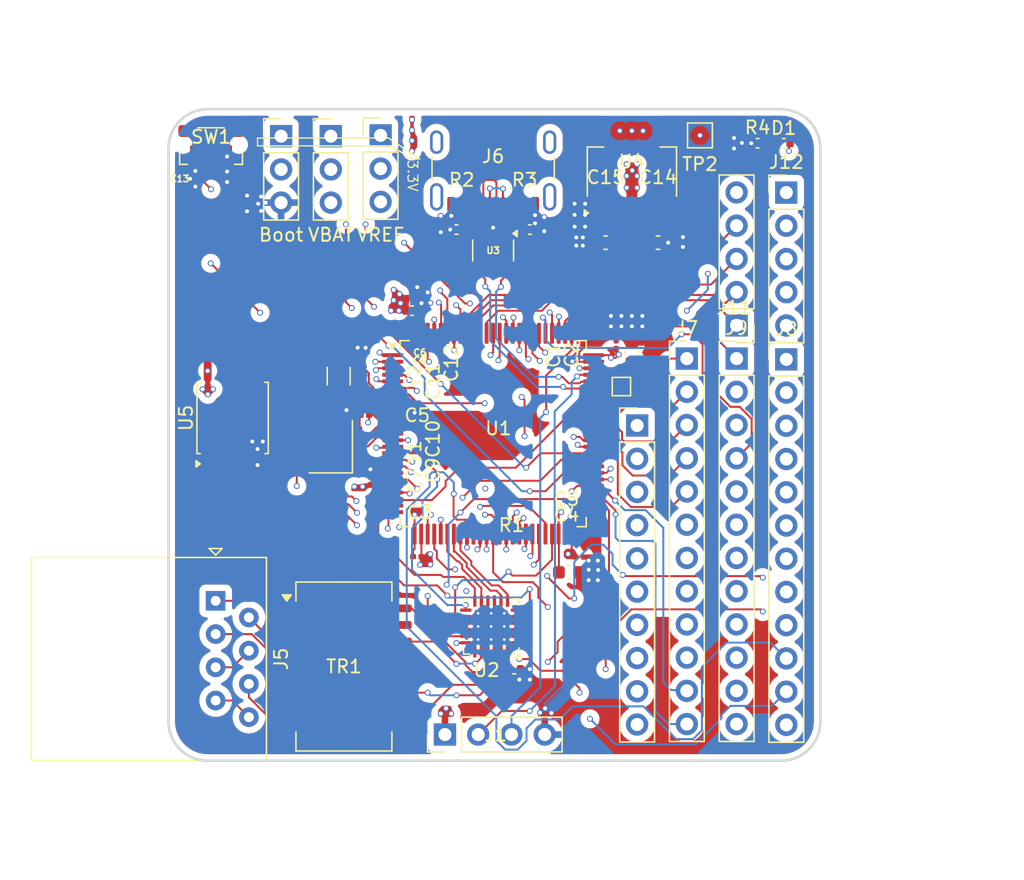
<source format=kicad_pcb>
(kicad_pcb (version 20240108) (generator "pcbnew") (generator_version "8.0")
  (layers (0 "F.Cu" signal) (1 "In1.Cu" signal) (2 "In2.Cu" signal "In3.Cu") (3 "In3.Cu" signal "In2.Cu") (4 "In4.Cu" signal) (31 "B.Cu" signal) (34 "B.Paste" user) (35 "F.Paste" user) (36 "B.SilkS" user "B.Silkscreen") (37 "F.SilkS" user "F.Silkscreen") (38 "B.Mask" user) (39 "F.Mask" user) (44 "Edge.Cuts" user))
  (net 0 "")
  (net 1 "GND")
  (net 2 "+3.3V")
  (net 3 "BOOT0")
  (net 4 "PB15")
  (net 5 "PC0")
  (net 6 "PC7")
  (net 7 "PB14")
  (net 8 "PE14")
  (net 9 "PB5")
  (net 10 "OSC_IN_HSE")
  (net 11 "PD8")
  (net 12 "PD14")
  (net 13 "PD1")
  (net 14 "SWDIO")
  (net 15 "PE9")
  (net 16 "PA0")
  (net 17 "PA4")
  (net 18 "PE12")
  (net 19 "VCAP")
  (net 20 "PD0")
  (net 21 "PD2")
  (net 22 "PB4")
  (net 23 "OSC_IN_LSE")
  (net 24 "PC8")
  (net 25 "PE7")
  (net 26 "PE8")
  (net 27 "PD5")
  (net 28 "PD4")
  (net 29 "PE3")
  (net 30 "PC10")
  (net 31 "PA6")
  (net 32 "PD9")
  (net 33 "PE6")
  (net 34 "PB8")
  (net 35 "PC13")
  (net 36 "PB0")
  (net 37 "SWCLK")
  (net 38 "PC9")
  (net 39 "PC6")
  (net 40 "PA15")
  (net 41 "PE13")
  (net 42 "PE11")
  (net 43 "OSC_OUT_HSE")
  (net 44 "PD10")
  (net 45 "PE15")
  (net 46 "PE5")
  (net 47 "PE0")
  (net 48 "PD6")
  (net 49 "PB9")
  (net 50 "PC3")
  (net 51 "PB1")
  (net 52 "PA5")
  (net 53 "PC11")
  (net 54 "PE10")
  (net 55 "PB7")
  (net 56 "PC12")
  (net 57 "PD3")
  (net 58 "PD15")
  (net 59 "PE4")
  (net 60 "PB3")
  (net 61 "PB6")
  (net 62 "PD7")
  (net 63 "OSC_OUT_LSE")
  (net 64 "PC2")
  (net 65 "NRST")
  (net 66 "PA10")
  (net 67 "PA3")
  (net 68 "PE2")
  (net 69 "VBUS")
  (net 70 "Net-(D1-K)")
  (net 71 "VBAT")
  (net 72 "VREF")
  (net 73 "D+")
  (net 76 "D-")
  (net 77 "Net-(J6-CC2)")
  (net 79 "Net-(J6-CC1)")
  (net 83 "Net-(U2-RBIAS)")
  (net 84 "ETH_REF_CLK")
  (net 86 "ETH_RXN")
  (net 87 "ETH_TXP")
  (net 90 "ETH_TXN")
  (net 92 "ETH_RXP")
  (net 93 "FS_USB_DN")
  (net 94 "ETH_TX_EN")
  (net 95 "ETH_MDIO")
  (net 96 "FS_USB_DP")
  (net 97 "ETH_CRS_DV")
  (net 98 "ETH_RXD1")
  (net 99 "ETH_TXD1")
  (net 100 "ETH_TXD0")
  (net 101 "ETH_MDC")
  (net 102 "ETH_RXD0")
  (net 104 "ETH_LED1")
  (net 107 "ETH_LED2")
  (net 113 "MCO1_19_2MHz")
  (net 116 "QSPI_CLK")
  (net 117 "QSPI_BK1_NCS")
  (net 118 "QSPI_BK1_IO2")
  (net 119 "QSPI_BK1_IO1")
  (net 120 "QSPI_BK1_IO0")
  (net 121 "QSPI_BK1_IO3")
  (net 122 "Net-(TR1-C_RD)")
  (net 123 "Net-(TR1-C_TD)")
  (net 124 "Net-(J5-Pad4)")
  (net 125 "Net-(TR1-TX-)")
  (net 126 "Net-(TR1-RX+)")
  (net 127 "Net-(J5-Pad7)")
  (net 128 "Net-(TR1-TX+)")
  (net 129 "Net-(TR1-RX-)")
  (net 130 "Net-(TR1-C_RX)")
  (net 131 "Net-(TR1-C_TX)")
  (footprint "Capacitor_SMD:C_0201_0603Metric" (layer "F.Cu") (at 120.05 84.915 180)
    (property "Reference" "C13")
    (property "Value" "100nF" (hide yes))
  )
  (footprint "Capacitor_SMD:C_0201_0603Metric" (layer "F.Cu") (at 136.2 94)
    (property "Reference" "C6")
    (property "Value" "100nF" (hide yes))
  )
  (footprint "Package_DFN_QFN:VQFN-24-1EP_4x4mm_P0.5mm_EP2.5x2.5mm_ThermalVias" (layer "F.Cu") (at 142.25 119.1375 180)
    (property "Reference" "U2")
    (property "Value" "LAN8742A" (hide yes))
  )
  (footprint "Capacitor_SMD:C_0201_0603Metric" (layer "F.Cu") (at 149 113.83)
    (property "Reference" "C5" (hide yes))
    (property "Value" "100nF" (hide yes))
  )
  (footprint "Connector_PinHeader_2.54mm:PinHeader_1x05_P2.54mm_Vertical" (layer "F.Cu") (at 164.8 85.97)
    (property "Reference" "J12")
    (property "Value" "Conn_01x05_Pin" (hide yes))
  )
  (footprint "Capacitor_SMD:C_0201_0603Metric" (layer "F.Cu") (at 132.4 101 -90)
    (property "Reference" "C11")
    (property "Value" "14pF" (hide yes))
  )
  (footprint "Connector_USB:USB_C_Receptacle_GCT_USB4105-xx-A_16P_TopMnt_Horizontal" (layer "F.Cu") (at 142.4 83.195 180)
    (property "Reference" "J6")
    (property "Value" "USB_C_Receptacle" (hide yes))
  )
  (footprint "Package_SO:SOIC-8_5.23x5.23mm_P1.27mm" (layer "F.Cu") (at 122.495 103.2 90)
    (property "Reference" "U5")
    (property "Value" "W25Q16JVSS")
  )
  (footprint "Capacitor_SMD:C_0402_1005Metric" (layer "F.Cu") (at 139.6 88.8)
    (property "Reference" "R2")
    (property "Value" "5.1K" (hide yes))
  )
  (footprint "Button_Switch_SMD:SW_Push_1P1T-MP_NO_Horizontal_Alps_SKRTLAE010" (layer "F.Cu") (at 120.85 82.315 180)
    (property "Reference" "SW1")
    (property "Value" "Reset")
  )
  (footprint "Package_QFP:LQFP-100_14x14mm_P0.5mm" (layer "F.Cu") (at 142.4 104.4)
    (property "Reference" "U1")
    (property "Value" "STM32H750VBTx" (hide yes))
  )
  (footprint "Connector_PinHeader_2.54mm:PinHeader_1x10_P2.54mm_Vertical" (layer "F.Cu") (at 153.4 103.775)
    (property "Reference" "J10" (hide yes))
    (property "Value" "Conn_01x10_Pin" (hide yes))
  )
  (footprint "Capacitor_SMD:C_0201_0603Metric" (layer "F.Cu") (at 133 108 90)
    (property "Reference" "C7")
    (property "Value" "100nF" (hide yes))
  )
  (footprint "Package_TO_SOT_SMD:SOT-23-6" (layer "F.Cu") (at 142.4 90.4 -90)
    (property "Reference" "U3")
    (property "Value" "USBLC6-2SC6" (hide yes))
  )
  (footprint "Capacitor_SMD:C_0201_0603Metric" (layer "F.Cu") (at 132.6 103 180)
    (property "Reference" "C5")
    (property "Value" "100nF" (hide yes))
  )
  (footprint "Capacitor_SMD:C_0201_0603Metric" (layer "F.Cu") (at 136.6 113.8 180)
    (property "Reference" "C3")
    (property "Value" "100nF" (hide yes))
  )
  (footprint "Capacitor_SMD:C_0402_1005Metric" (layer "F.Cu") (at 136.2 95)
    (property "Reference" "C8")
    (property "Value" "4.7uF" (hide yes))
  )
  (footprint "Connector_PinHeader_2.54mm:PinHeader_1x12_P2.54mm_Vertical" (layer "F.Cu") (at 157.2 98.66)
    (property "Reference" "J7")
    (property "Value" "Conn_01x12_Pin" (hide yes))
  )
  (footprint "Connector_PinHeader_2.54mm:PinHeader_1x12_P2.54mm_Vertical" (layer "F.Cu") (at 164.8 98.72)
    (property "Reference" "J8")
    (property "Value" "Conn_01x12_Pin" (hide yes))
  )
  (footprint "Capacitor_SMD:C_0603_1608Metric" (layer "F.Cu") (at 155 89.8)
    (property "Reference" "C14")
    (property "Value" "10uF" (hide yes))
  )
  (footprint "Connector_PinHeader_2.54mm:PinHeader_1x03_P2.54mm_Vertical" (layer "F.Cu") (at 126.2 81.66)
    (property "Reference" "J2" (hide yes))
    (property "Value" "Boot")
  )
  (footprint "TestPoint:TestPoint_Pad_1.5x1.5mm" (layer "F.Cu") (at 158.2 81.6)
    (property "Reference" "TP2")
    (property "Value" "3V3_TP" (hide yes))
  )
  (footprint "Crystal:Crystal_SMD_3225-4Pin_3.2x2.5mm" (layer "F.Cu") (at 130 105.4 90)
    (property "Reference" "Y1")
    (property "Value" "24MHz_12pf" (hide yes))
  )
  (footprint "Connector_RJ:RJ45_Amphenol_54602-x08_Horizontal" (layer "F.Cu") (at 121.2 117.18 -90)
    (property "Reference" "J5")
    (property "Value" "RJ45_LED_Shielded" (hide yes))
  )
  (footprint "Capacitor_SMD:C_0201_0603Metric" (layer "F.Cu") (at 132.2 106.6 -90)
    (property "Reference" "C9")
    (property "Value" "14pF" (hide yes))
  )
  (footprint "Capacitor_SMD:C_0402_1005Metric" (layer "F.Cu") (at 164.6 82.2)
    (property "Reference" "D1")
    (property "Value" "PC13_LED" (hide yes))
  )
  (footprint "Connector_PinHeader_2.54mm:PinHeader_1x04_P2.54mm_Vertical" (layer "F.Cu") (at 138.72 127.4 90)
    (property "Reference" "J1")
    (property "Value" "St-Link" (hide yes))
  )
  (footprint "Connector_PinHeader_2.54mm:PinHeader_1x03_P2.54mm_Vertical" (layer "F.Cu") (at 133.8 81.6)
    (property "Reference" "J4" (hide yes))
    (property "Value" "VREF")
  )
  (footprint "Capacitor_SMD:C_0603_1608Metric" (layer "F.Cu") (at 153 98.2 90)
    (property "Reference" "C2")
    (property "Value" "2.2uF" (hide yes))
  )
  (footprint "Capacitor_SMD:C_0603_1608Metric" (layer "F.Cu") (at 151 89.8 180)
    (property "Reference" "C15")
    (property "Value" "10uF" (hide yes))
  )
  (footprint "TestPoint:TestPoint_Pad_1.0x1.0mm" (layer "F.Cu") (at 152.2 100.8)
    (property "Reference" "TP1" (hide yes))
    (property "Value" "50MHz_TP" (hide yes))
  )
  (footprint "Capacitor_SMD:C_0201_0603Metric" (layer "F.Cu") (at 132.4 98.8 90)
    (property "Reference" "C12")
    (property "Value" "14pF" (hide yes))
  )
  (footprint "Connector_PinHeader_2.54mm:PinHeader_1x12_P2.54mm_Vertical" (layer "F.Cu") (at 161 98.66)
    (property "Reference" "J9")
    (property "Value" "Conn_01x12_Pin" (hide yes))
  )
  (footprint "Transformer_SMD:Transformer_Ethernet_Halo_N5_SO-16_7.11x12.7mm" (layer "F.Cu") (at 131 122.2)
    (property "Reference" "TR1")
    (property "Value" "TG110-E050N5xx" (hide yes))
  )
  (footprint "Connector_PinHeader_2.54mm:PinHeader_1x03_P2.54mm_Vertical" (layer "F.Cu") (at 130 81.66)
    (property "Reference" "J3" (hide yes))
    (property "Value" "VBAT")
  )
  (footprint "Capacitor_SMD:C_0201_0603Metric" (layer "F.Cu") (at 132.2 104.4 90)
    (property "Reference" "C10")
    (property "Value" "14pF" (hide yes))
  )
  (footprint "Capacitor_SMD:C_0402_1005Metric" (layer "F.Cu") (at 145.2 88.8 180)
    (property "Reference" "R3")
    (property "Value" "5.1K" (hide yes))
  )
  (footprint "Capacitor_SMD:C_0402_1005Metric" (layer "F.Cu") (at 144 122.4)
    (property "Reference" "R1")
    (property "Value" "12.1k" (hide yes))
  )
  (footprint "Package_TO_SOT_SMD:SOT-223-3_TabPin2" (layer "F.Cu") (at 153 84.4 90)
    (property "Reference" "U4")
    (property "Value" "LM1117MP-3.3" (hide yes))
  )
  (footprint "Capacitor_SMD:C_0402_1005Metric" (layer "F.Cu") (at 162.6 82.2 180)
    (property "Reference" "R4")
    (property "Value" "820R" (hide yes))
  )
  (footprint "Capacitor_SMD:C_0201_0603Metric" (layer "F.Cu") (at 151.8 97.6 90)
    (property "Reference" "C1")
    (property "Value" "100nF" (hide yes))
  )
  (footprint "Capacitor_SMD:C_0603_1608Metric" (layer "F.Cu") (at 148.2 115)
    (property "Reference" "C4")
    (property "Value" "2.2uF" (hide yes))
  )
  (footprint "Connector_PinHeader_2.54mm:PinHeader_1x05_P2.54mm_Vertical" (layer "F.Cu") (at 161 96.12 180)
    (property "Reference" "J11")
    (property "Value" "Conn_01x05_Pin" (hide yes))
  )
  (footprint "Crystal:Crystal_SMD_3215-2Pin_3.2x1.5mm" (layer "F.Cu") (at 130.6 100 -90)
    (property "Reference" "Y2")
    (property "Value" "32.768KHz" (hide yes))
  )
  (gr_line (start 134.4 81.8) (end 136.8 83.4) (stroke (width 0.1)) (layer "F.SilkS"))
  (gr_line (start 124.4 82.4) (end 124.4 81.8) (stroke (width 0.1)) (layer "F.SilkS"))
  (gr_line (start 134.6 82.4) (end 124.4 82.4) (stroke (width 0.1)) (layer "F.SilkS"))
  (gr_line (start 136.8 83.4) (end 136.2 83.4) (stroke (width 0.1)) (layer "F.SilkS"))
  (gr_line (start 136.2 83.4) (end 134.6 82.4) (stroke (width 0.1)) (layer "F.SilkS"))
  (gr_line (start 124.4 81.8) (end 134.4 81.8) (stroke (width 0.1)) (layer "F.SilkS"))
  (gr_arc (start 117.6 82.6) (mid 118.47868 80.47868) (end 120.6 79.6) (stroke (width 0.2)) (layer "Edge.Cuts"))
  (gr_arc (start 167.4 126.4) (mid 166.52132 128.52132) (end 164.4 129.4) (stroke (width 0.2)) (layer "Edge.Cuts"))
  (gr_line (start 120.6 79.6) (end 164.4 79.6) (stroke (width 0.2)) (layer "Edge.Cuts"))
  (gr_line (start 167.4 82.6) (end 167.4 126.4) (stroke (width 0.2)) (layer "Edge.Cuts"))
  (gr_arc (start 164.4 79.6) (mid 166.52132 80.47868) (end 167.4 82.6) (stroke (width 0.2)) (layer "Edge.Cuts"))
  (gr_arc (start 120.6 129.4) (mid 118.47868 128.52132) (end 117.6 126.4) (stroke (width 0.2)) (layer "Edge.Cuts"))
  (gr_line (start 117.6 126.4) (end 117.6 82.6) (stroke (width 0.2)) (layer "Edge.Cuts"))
  (gr_line (start 164.4 129.4) (end 120.6 129.4) (stroke (width 0.2)) (layer "Edge.Cuts"))
  (gr_text "C5" (at 148 109.4 0) (layer "F.SilkS") (effects (font (size 1 1))))
  (gr_text "3.3V" (at 135.8 83.4 -90) (layer "F.SilkS") (effects (font (size 0.75 0.75) (thickness 0.1)) (justify left bottom)))
  (segment (start 133 107.68) (end 133.28 107.4) (width 0.15) (layer "F.Cu") (net 1))
  (segment (start 147.9 111.175) (end 147.9 112.075) (width 0.15) (layer "F.Cu") (net 1))
  (segment (start 132.2 104.08) (end 132.2 103.08) (width 0.15) (layer "F.Cu") (net 1))
  (segment (start 148.45 98.515686) (end 148.85 98.115686) (width 0.15) (layer "F.Cu") (net 1))
  (segment (start 148.45 98.875) (end 148.475 98.9) (width 0.15) (layer "F.Cu") (net 1))
  (segment (start 119.65 84.315) (end 119.65 84.835) (width 0.15) (layer "F.Cu") (net 1))
  (segment (start 148.8 98.9) (end 150.075 98.9) (width 0.15) (layer "F.Cu") (net 1))
  (segment (start 131.88 102.6) (end 132.28 103) (width 0.15) (layer "F.Cu") (net 1))
  (segment (start 150.94259 96.2) (end 151.4 96.2) (width 0.15) (layer "F.Cu") (net 1))
  (segment (start 148.975 98.725) (end 148.975 98.16759) (width 0.15) (layer "F.Cu") (net 1))
  (segment (start 148.975 98.16759) (end 150.94259 96.2) (width 0.15) (layer "F.Cu") (net 1))
  (segment (start 136.28 113.32) (end 136.28 113.8) (width 0.15) (layer "F.Cu") (net 1))
  (segment (start 131.2 102.6) (end 131.88 102.6) (width 0.15) (layer "F.Cu") (net 1))
  (segment (start 142.4 89.2625) (end 142.4 88.650003) (width 0.15) (layer "F.Cu") (net 1))
  (segment (start 132.2 103.08) (end 132.28 103) (width 0.15) (layer "F.Cu") (net 1))
  (segment (start 132 102.6) (end 132.4 102.2) (width 0.15) (layer "F.Cu") (net 1))
  (segment (start 148.85 97.35) (end 150.8 95.4) (width 0.15) (layer "F.Cu") (net 1))
  (segment (start 133.025 107.655) (end 133 107.68) (width 0.15) (layer "F.Cu") (net 1))
  (segment (start 136.3 102.9) (end 136.4 102.8) (width 0.15) (layer "F.Cu") (net 1))
  (segment (start 119.65 84.995) (end 119.73 84.915) (width 0.15) (layer "F.Cu") (net 1))
  (segment (start 133.025 107.125) (end 132.405 107.125) (width 0.15) (layer "F.Cu") (net 1))
  (segment (start 148.325 110.75) (end 148.55 110.75) (width 0.15) (layer "F.Cu") (net 1))
  (segment (start 136.4 112.075) (end 136.4 113.2) (width 0.15) (layer "F.Cu") (net 1))
  (segment (start 133.28 107.4) (end 134.725 107.4) (width 0.15) (layer "F.Cu") (net 1))
  (segment (start 119.65 85.515) (end 119.65 84.995) (width 0.15) (layer "F.Cu") (net 1))
  (segment (start 134.725 102.9) (end 136.3 102.9) (width 0.15) (layer "F.Cu") (net 1))
  (segment (start 136.4 112.075) (end 136.4 110.6) (width 0.15) (layer "F.Cu") (net 1))
  (segment (start 148.475 98.9) (end 148.8 98.9) (width 0.15) (layer "F.Cu") (net 1))
  (segment (start 148.55 110.75) (end 150.4 112.6) (width 0.15) (layer "F.Cu") (net 1))
  (segment (start 150.8 95.4) (end 151.4 95.4) (width 0.15) (layer "F.Cu") (net 1))
  (segment (start 132.4 102.2) (end 132.4 101.32) (width 0.15) (layer "F.Cu") (net 1))
  (segment (start 133.025 107.125) (end 133.025 107.655) (width 0.15) (layer "F.Cu") (net 1))
  (segment (start 148.85 98.115686) (end 148.85 97.35) (width 0.15) (layer "F.Cu") (net 1))
  (segment (start 150.4 112.6) (end 150.4 114.4) (width 0.15) (layer "F.Cu") (net 1))
  (segment (start 148.325 110.75) (end 147.9 111.175) (width 0.15) (layer "F.Cu") (net 1))
  (segment (start 119.65 84.835) (end 119.73 84.915) (width 0.15) (layer "F.Cu") (net 1))
  (segment (start 119.625 84.29) (end 119.65 84.315) (width 0.15) (layer "F.Cu") (net 1))
  (segment (start 119.625 83.015) (end 119.625 84.29) (width 0.15) (layer "F.Cu") (net 1))
  (segment (start 119.25 84.915) (end 119.73 84.915) (width 0.15) (layer "F.Cu") (net 1))
  (segment (start 148.45 98.875) (end 148.45 98.515686) (width 0.15) (layer "F.Cu") (net 1))
  (segment (start 136.4 113.2) (end 136.28 113.32) (width 0.15) (layer "F.Cu") (net 1))
  (segment (start 132.405 107.125) (end 132.2 106.92) (width 0.15) (layer "F.Cu") (net 1))
  (segment (start 148.8 98.9) (end 148.975 98.725) (width 0.15) (layer "F.Cu") (net 1))
  (segment (start 131.2 102.6) (end 132 102.6) (width 0.15) (layer "F.Cu") (net 1))
  (via (at 148.625 86.825) (size 0.45) (drill 0.3) (layers "F.Cu" "B.Cu") (net 1))
  (via (at 142.4 88.650003) (size 0.45) (drill 0.3) (layers "F.Cu" "B.Cu") (net 1))
  (via (at 138.4 87.75) (size 0.45) (drill 0.3) (layers "F.Cu" "B.Cu") (net 1))
  (via (at 149.7 114.1) (size 0.45) (drill 0.3) (layers "F.Cu" "B.Cu") (net 1))
  (via (at 145.2 122.4) (size 0.45) (drill 0.3) (layers "F.Cu" "B.Cu") (net 1))
  (via (at 151.4 96.2) (size 0.45) (drill 0.3) (layers "F.Cu" "B.Cu") (net 1))
  (via (at 125.025 86.75) (size 0.45) (drill 0.3) (layers "F.Cu" "B.Cu") (net 1))
  (via (at 148.75 89.4) (size 0.45) (drill 0.3) (layers "F.Cu" "B.Cu") (net 1))
  (via (at 145.6 88.325003) (size 0.45) (drill 0.3) (layers "F.Cu" "B.Cu") (net 1))
  (via (at 148.625 88.575) (size 0.45) (drill 0.3) (layers "F.Cu" "B.Cu") (net 1))
  (via (at 136.925 94.425) (size 0.45) (drill 0.3) (layers "F.Cu" "B.Cu") (net 1))
  (via (at 119.65 84.315) (size 0.45) (drill 0.3) (layers "F.Cu" "B.Cu") (net 1))
  (via (at 144.4 123.2) (size 0.45) (drill 0.3) (layers "F.Cu" "B.Cu") (net 1))
  (via (at 145.975 125.725) (size 0.45) (drill 0.3) (layers "F.Cu" "B.Cu") (net 1))
  (via (at 156.9 89.375) (size 0.45) (drill 0.3) (layers "F.Cu" "B.Cu") (net 1))
  (via (at 124.8 105) (size 0.45) (drill 0.3) (layers "F.Cu" "B.Cu") (net 1))
  (via (at 119.25 84.915) (size 0.45) (drill 0.3) (layers "F.Cu" "B.Cu") (net 1))
  (via (at 148.45 98.875) (size 0.45) (drill 0.3) (layers "F.Cu" "B.Cu") (net 1))
  (via (at 146.3 87.85) (size 0.45) (drill 0.3) (layers "F.Cu" "B.Cu") (net 1))
  (via (at 124.4 105.575) (size 0.45) (drill 0.3) (layers "F.Cu" "B.Cu") (net 1))
  (via (at 149.7 114.8) (size 0.45) (drill 0.3) (layers "F.Cu" "B.Cu") (net 1))
  (via (at 150.4 114.1) (size 0.45) (drill 0.3) (layers "F.Cu" "B.Cu") (net 1))
  (via (at 153 95.4) (size 0.45) (drill 0.3) (layers "F.Cu" "B.Cu") (net 1))
  (via (at 124.45 86.825) (size 0.45) (drill 0.3) (layers "F.Cu" "B.Cu") (net 1))
  (via (at 137.6 94.4) (size 0.45) (drill 0.3) (layers "F.Cu" "B.Cu") (net 1))
  (via (at 151.4 95.4) (size 0.45) (drill 0.3) (layers "F.Cu" "B.Cu") (net 1))
  (via (at 137.4 93.6) (size 0.45) (drill 0.3) (layers "F.Cu" "B.Cu") (net 1))
  (via (at 132.05 97.825) (size 0.45) (drill 0.3) (layers "F.Cu" "B.Cu") (net 1))
  (via (at 133.025 107.125) (size 0.45) (drill 0.3) (layers "F.Cu" "B.Cu") (net 1))
  (via (at 153.8 95.4) (size 0.45) (drill 0.3) (layers "F.Cu" "B.Cu") (net 1))
  (via (at 123.6 87.4) (size 0.45) (drill 0.3) (layers "F.Cu" "B.Cu") (net 1))
  (via (at 152.2 96.2) (size 0.45) (drill 0.3) (layers "F.Cu" "B.Cu") (net 1))
  (via (at 149.25 90.025) (size 0.45) (drill 0.3) (layers "F.Cu" "B.Cu") (net 1))
  (via (at 145.2 123.2) (size 0.45) (drill 0.3) (layers "F.Cu" "B.Cu") (net 1))
  (via (at 160.8 81.8) (size 0.45) (drill 0.3) (layers "F.Cu" "B.Cu") (net 1))
  (via (at 146.372394 125.4) (size 0.45) (drill 0.3) (layers "F.Cu" "B.Cu") (net 1))
  (via (at 153 96.2) (size 0.45) (drill 0.3) (layers "F.Cu" "B.Cu") (net 1))
  (via (at 161.4 82.175) (size 0.45) (drill 0.3) (layers "F.Cu" "B.Cu") (net 1))
  (via (at 124.675 86.275) (size 0.45) (drill 0.3) (layers "F.Cu" "B.Cu") (net 1))
  (via (at 150.4 115.6) (size 0.45) (drill 0.3) (layers "F.Cu" "B.Cu") (net 1))
  (via (at 149.425 88.575) (size 0.45) (drill 0.3) (layers "F.Cu" "B.Cu") (net 1))
  (via (at 139.2 87.75) (size 0.45) (drill 0.3) (layers "F.Cu" "B.Cu") (net 1))
  (via (at 162.12 82.2) (size 0.45) (drill 0.3) (layers "F.Cu" "B.Cu") (net 1))
  (via (at 124.675 87.375) (size 0.45) (drill 0.3) (layers "F.Cu" "B.Cu") (net 1))
  (via (at 122.075 84.365) (size 0.45) (drill 0.3) (layers "F.Cu" "B.Cu") (net 1))
  (via (at 153.8 96.2) (size 0.45) (drill 0.3) (layers "F.Cu" "B.Cu") (net 1))
  (via (at 136.6 93.2) (size 0.45) (drill 0.3) (layers "F.Cu" "B.Cu") (net 1))
  (via (at 160.8 82.6) (size 0.45) (drill 0.3) (layers "F.Cu" "B.Cu") (net 1))
  (via (at 124 105) (size 0.45) (drill 0.3) (layers "F.Cu" "B.Cu") (net 1))
  (via (at 150.425 114.825) (size 0.45) (drill 0.3) (layers "F.Cu" "B.Cu") (net 1))
  (via (at 136.4 102.8) (size 0.45) (drill 0.3) (layers "F.Cu" "B.Cu") (net 1))
  (via (at 122.075 83.215) (size 0.45) (drill 0.3) (layers "F.Cu" "B.Cu") (net 1))
  (via (at 152.2 95.4) (size 0.45) (drill 0.3) (layers "F.Cu" "B.Cu") (net 1))
  (via (at 122.075 85.165) (size 0.45) (drill 0.3) (layers "F.Cu" "B.Cu") (net 1))
  (via (at 123.6 86.2) (size 0.45) (drill 0.3) (layers "F.Cu" "B.Cu") (net 1))
  (via (at 149.7 115.6) (size 0.45) (drill 0.3) (layers "F.Cu" "B.Cu") (net 1))
  (via (at 145.6 87.7) (size 0.45) (drill 0.3) (layers "F.Cu" "B.Cu") (net 1))
  (via (at 139.12 88.8) (size 0.45) (drill 0.3) (layers "F.Cu" "B.Cu") (net 1))
  (via (at 136.4 110.6) (size 0.45) (drill 0.3) (layers "F.Cu" "B.Cu") (net 1))
  (via (at 119.65 85.515) (size 0.45) (drill 0.3) (layers "F.Cu" "B.Cu") (net 1))
  (via (at 138.4 89) (size 0.45) (drill 0.3) (layers "F.Cu" "B.Cu") (net 1))
  (via (at 148.75 90.025) (size 0.45) (drill 0.3) (layers "F.Cu" "B.Cu") (net 1))
  (via (at 149.425 87.675) (size 0.45) (drill 0.3) (layers "F.Cu" "B.Cu") (net 1))
  (via (at 148.325 110.75) (size 0.45) (drill 0.3) (layers "F.Cu" "B.Cu") (net 1))
  (via (at 132.658946 97.833946) (size 0.45) (drill 0.3) (layers "F.Cu" "B.Cu") (net 1))
  (via (at 149.25 89.4) (size 0.45) (drill 0.3) (layers "F.Cu" "B.Cu") (net 1))
  (via (at 146.85 125.75) (size 0.45) (drill 0.3) (layers "F.Cu" "B.Cu") (net 1))
  (via (at 146.3 88.925) (size 0.45) (drill 0.3) (layers "F.Cu" "B.Cu") (net 1))
  (via (at 155.775 89.8) (size 0.45) (drill 0.3) (layers "F.Cu" "B.Cu") (net 1))
  (via (at 149.425 86.825) (size 0.45) (drill 0.3) (layers "F.Cu" "B.Cu") (net 1))
  (via (at 148.625 87.675) (size 0.45) (drill 0.3) (layers "F.Cu" "B.Cu") (net 1))
  (via (at 156.9 90.125) (size 0.45) (drill 0.3) (layers "F.Cu" "B.Cu") (net 1))
  (via (at 124.4 106.8) (size 0.45) (drill 0.3) (layers "F.Cu" "B.Cu") (net 1))
  (via (at 131.2 102.6) (size 0.45) (drill 0.3) (layers "F.Cu" "B.Cu") (net 1))
  (segment (start 148.794327 123.405673) (end 148.793286 123.405673) (width 0.15) (layer "B.Cu") (net 1))
  (segment (start 150.425 114.825) (end 150.4 114.85) (width 0.15) (layer "B.Cu") (net 1))
  (segment (start 148.544327 123.654632) (end 148.544327 123.655673) (width 0.15) (layer "B.Cu") (net 1))
  (segment (start 149.7 114.8) (end 150 115.1) (width 0.15) (layer "B.Cu") (net 1))
  (segment (start 150.4 121.8) (end 148.794327 123.405673) (width 0.15) (layer "B.Cu") (net 1))
  (segment (start 146.85 125.35) (end 146.85 125.75) (width 0.15) (layer "B.Cu") (net 1))
  (segment (start 150 121.4) (end 146.372394 125.027606) (width 0.15) (layer "B.Cu") (net 1))
  (segment (start 150 115.1) (end 150 121.4) (width 0.15) (layer "B.Cu") (net 1))
  (segment (start 150.4 114.85) (end 150.4 121.8) (width 0.15) (layer "B.Cu") (net 1))
  (segment (start 146.372394 125.027606) (end 146.372394 125.4) (width 0.15) (layer "B.Cu") (net 1))
  (segment (start 148.793286 123.405673) (end 148.544327 123.654632) (width 0.15) (layer "B.Cu") (net 1))
  (segment (start 148.544327 123.655673) (end 146.85 125.35) (width 0.15) (layer "B.Cu") (net 1))
  (segment (start 148.635 113.435) (end 148.4 113.2) (width 0.15) (layer "F.Cu") (net 2))
  (segment (start 151.8 97.92) (end 151.68 97.92) (width 0.15) (layer "F.Cu") (net 2))
  (segment (start 132.92 103.48) (end 132.92 103) (width 0.15) (layer "F.Cu") (net 2))
  (segment (start 135.88 94) (end 135.88 94.32) (width 0.15) (layer "F.Cu") (net 2))
  (segment (start 133.3 103) (end 133.7 103.4) (width 0.15) (layer "F.Cu") (net 2))
  (segment (start 151.4 98.6) (end 151.4 98.2) (width 0.15) (layer "F.Cu") (net 2))
  (segment (start 151.5 98.1) (end 151.4 98.2) (width 0.15) (layer "F.Cu") (net 2))
  (segment (start 152 98.35) (end 151.55 98.35) (width 0.15) (layer "F.Cu") (net 2))
  (segment (start 151.4 98.6) (end 151.6 98.4) (width 0.15) (layer "F.Cu") (net 2))
  (segment (start 133.7 103.4) (end 134.725 103.4) (width 0.15) (layer "F.Cu") (net 2))
  (segment (start 151.32 97.88) (end 151.2 98) (width 0.15) (layer "F.Cu") (net 2))
  (segment (start 136.92 113.8) (end 136.92 112.095) (width 0.15) (layer "F.Cu") (net 2))
  (segment (start 156.25 81.25) (end 156.6 81.6) (width 0.15) (layer "F.Cu") (net 2))
  (segment (start 152 98.35) (end 151.75 98.35) (width 0.15) (layer "F.Cu") (net 2))
  (segment (start 135.72 94.48) (end 135.72 95) (width 0.15) (layer "F.Cu") (net 2))
  (segment (start 132.92 108.4) (end 134.725 108.4) (width 0.15) (layer "F.Cu") (net 2))
  (segment (start 151.775 89.8) (end 152.6 89.8) (width 0.15) (layer "F.Cu") (net 2))
  (segment (start 132.92 103) (end 133.3 103) (width 0.15) (layer "F.Cu") (net 2))
  (segment (start 151.5 98.1) (end 151.6 98.2) (width 0.15) (layer "F.Cu") (net 2))
  (segment (start 153 81.25) (end 156.25 81.25) (width 0.15) (layer "F.Cu") (net 2))
  (segment (start 136.92 112.095) (end 136.9 112.075) (width 0.15) (layer "F.Cu") (net 2))
  (segment (start 148.4 113.2) (end 148.4 112.075) (width 0.15) (layer "F.Cu") (net 2))
  (segment (start 151.75 98.6) (end 151.4 98.6) (width 0.15) (layer "F.Cu") (net 2))
  (segment (start 151.8 98.15) (end 151.8 97.92) (width 0.15) (layer "F.Cu") (net 2))
  (segment (start 152 98.35) (end 151.75 98.6) (width 0.15) (layer "F.Cu") (net 2))
  (segment (start 151.8 97.88) (end 151.32 97.88) (width 0.15) (layer "F.Cu") (net 2))
  (segment (start 150.075 98.4) (end 151.6 98.4) (width 0.15) (layer "F.Cu") (net 2))
  (segment (start 151.75 98.35) (end 151.6 98.2) (width 0.15) (layer "F.Cu") (net 2))
  (segment (start 152.6 89.8) (end 153 89.4) (width 0.15) (layer "F.Cu") (net 2))
  (segment (start 151.5 98.1) (end 151.32 97.92) (width 0.15) (layer "F.Cu") (net 2))
  (segment (start 151.32 97.92) (end 151.32 97.88) (width 0.15) (layer "F.Cu") (net 2))
  (segment (start 148.635 113.83) (end 148.635 113.435) (width 0.15) (layer "F.Cu") (net 2))
  (segment (start 151.68 97.92) (end 151.5 98.1) (width 0.15) (layer "F.Cu") (net 2))
  (segment (start 156.6 81.6) (end 158.2 81.6) (width 0.15) (layer "F.Cu") (net 2))
  (segment (start 151.6 98.4) (end 151.6 98.2) (width 0.15) (layer "F.Cu") (net 2))
  (segment (start 132.85 103.55) (end 132.92 103.48) (width 0.15) (layer "F.Cu") (net 2))
  (segment (start 135.72 95) (end 136.4 95.68) (width 0.15) (layer "F.Cu") (net 2))
  (segment (start 151.4 98.2) (end 151.2 98) (width 0.15) (layer "F.Cu") (net 2))
  (segment (start 135.88 94.32) (end 135.72 94.48) (width 0.15) (layer "F.Cu") (net 2))
  (segment (start 151.55 98.35) (end 151.4 98.2) (width 0.15) (layer "F.Cu") (net 2))
  (segment (start 152 98.35) (end 151.8 98.15) (width 0.15) (layer "F.Cu") (net 2))
  (segment (start 153 89.4) (end 153 87.55) (width 0.15) (layer "F.Cu") (net 2))
  (segment (start 136.4 95.68) (end 136.4 96.725) (width 0.15) (layer "F.Cu") (net 2))
  (via (at 121 101) (size 0.45) (drill 0.3) (layers "F.Cu" "B.Cu") (net 2))
  (via (at 135.2 95) (size 0.45) (drill 0.3) (layers "F.Cu" "B.Cu") (net 2))
  (via (at 131.8 108.45) (size 0.45) (drill 0.3) (layers "F.Cu" "B.Cu") (net 2))
  (via (at 136.2 80.4) (size 0.45) (drill 0.3) (layers "F.Cu" "B.Cu") (net 2))
  (via (at 136.2 81.2) (size 0.45) (drill 0.3) (layers "F.Cu" "B.Cu") (net 2))
  (via (at 138.4 125.8) (size 0.45) (drill 0.3) (layers "F.Cu" "B.Cu") (net 2))
  (via (at 152 98.35) (size 0.45) (drill 0.3) (layers "F.Cu" "B.Cu") (net 2))
  (via (at 135.325 94.425) (size 0.45) (drill 0.3) (layers "F.Cu" "B.Cu") (net 2))
  (via (at 152.075 81.25) (size 0.45) (drill 0.3) (layers "F.Cu" "B.Cu") (net 2))
  (via (at 132.425 108.45) (size 0.45) (drill 0.3) (layers "F.Cu" "B.Cu") (net 2))
  (via (at 153.025 84.275) (size 0.45) (drill 0.3) (layers "F.Cu" "B.Cu") (net 2))
  (via (at 158.2 81.6) (size 0.45) (drill 0.3) (layers "F.Cu" "B.Cu") (net 2))
  (via (at 120.59 99.6) (size 0.45) (drill 0.3) (layers "F.Cu" "B.Cu") (net 2))
  (via (at 134.6 95) (size 0.45) (drill 0.3) (layers "F.Cu" "B.Cu") (net 2))
  (via (at 138.8 125.4) (size 0.45) (drill 0.3) (layers "F.Cu" "B.Cu") (net 2))
  (via (at 152.6 84.7) (size 0.45) (drill 0.3) (layers "F.Cu" "B.Cu") (net 2))
  (via (at 148.125 113.6) (size 0.45) (drill 0.3) (layers "F.Cu" "B.Cu") (net 2))
  (via (at 136.2 82.8) (size 0.45) (drill 0.3) (layers "F.Cu" "B.Cu") (net 2))
  (via (at 153.4 85.6) (size 0.45) (drill 0.3) (layers "F.Cu" "B.Cu") (net 2))
  (via (at 136.2 82) (size 0.45) (drill 0.3) (layers "F.Cu" "B.Cu") (net 2))
  (via (at 153 81.25) (size 0.45) (drill 0.3) (layers "F.Cu" "B.Cu") (net 2))
  (via (at 134.8 94.2) (size 0.45) (drill 0.3) (layers "F.Cu" "B.Cu") (net 2))
  (via (at 152.6 85.6) (size 0.45) (drill 0.3) (layers "F.Cu" "B.Cu") (net 2))
  (via (at 136.825 114.425) (size 0.45) (drill 0.3) (layers "F.Cu" "B.Cu") (net 2))
  (via (at 132.85 103.55) (size 0.45) (drill 0.3) (layers "F.Cu" "B.Cu") (net 2))
  (via (at 120.2 101) (size 0.45) (drill 0.3) (layers "F.Cu" "B.Cu") (net 2))
  (via (at 153.4 83.8) (size 0.45) (drill 0.3) (layers "F.Cu" "B.Cu") (net 2))
  (via (at 137.6 113.613672) (size 0.45) (drill 0.3) (layers "F.Cu" "B.Cu") (net 2))
  (via (at 139.2 125.8) (size 0.45) (drill 0.3) (layers "F.Cu" "B.Cu") (net 2))
  (via (at 120.6 101.4) (size 0.45) (drill 0.3) (layers "F.Cu" "B.Cu") (net 2))
  (via (at 137.6 114.4) (size 0.45) (drill 0.3) (layers "F.Cu" "B.Cu") (net 2))
  (via (at 152.6 83.8) (size 0.45) (drill 0.3) (layers "F.Cu" "B.Cu") (net 2))
  (via (at 134.8 93.4) (size 0.45) (drill 0.3) (layers "F.Cu" "B.Cu") (net 2))
  (via (at 153.85 81.25) (size 0.45) (drill 0.3) (layers "F.Cu" "B.Cu") (net 2))
  (via (at 151.4 98.6) (size 0.45) (drill 0.3) (layers "F.Cu" "B.Cu") (net 2))
  (via (at 135.25 93.725) (size 0.45) (drill 0.3) (layers "F.Cu" "B.Cu") (net 2))
  (via (at 153.4 84.7) (size 0.45) (drill 0.3) (layers "F.Cu" "B.Cu") (net 2))
  (segment (start 139.425 98.025) (end 139.425 96.75) (width 0.15) (layer "F.Cu") (net 3))
  (segment (start 139.425 96.75) (end 139.4 96.725) (width 0.15) (layer "F.Cu") (net 3))
  (segment (start 132.65 94.051041) (end 133.299479 94.70052) (width 0.15) (layer "F.Cu") (net 3))
  (segment (start 132.65 88.4) (end 132.65 94.051041) (width 0.15) (layer "F.Cu") (net 3))
  (via (at 133.29948 94.70052) (size 0.45) (drill 0.3) (layers "F.Cu" "B.Cu") (net 3))
  (via (at 132.65 88.4) (size 0.45) (drill 0.3) (layers "F.Cu" "B.Cu") (net 3))
  (via (at 139.425 98.025) (size 0.45) (drill 0.3) (layers "F.Cu" "B.Cu") (net 3))
  (segment (start 151.1 108.9) (end 150.075 108.9) (width 0.15) (layer "F.Cu") (net 4))
  (segment (start 151.7125 109.5125) (end 151.1 108.9) (width 0.15) (layer "F.Cu") (net 4))
  (via (at 151.7125 109.5125) (size 0.45) (drill 0.3) (layers "F.Cu" "B.Cu") (net 4))
  (segment (start 154.045 110.245) (end 155.4 111.6) (width 0.15) (layer "B.Cu") (net 4))
  (segment (start 155.4 111.6) (end 155.4 123.4) (width 0.15) (layer "B.Cu") (net 4))
  (segment (start 151.7125 109.5125) (end 152.445 110.245) (width 0.15) (layer "B.Cu") (net 4))
  (segment (start 156 124) (end 157.14 124) (width 0.15) (layer "B.Cu") (net 4))
  (segment (start 155.4 123.4) (end 156 124) (width 0.15) (layer "B.Cu") (net 4))
  (segment (start 152.445 110.245) (end 154.045 110.245) (width 0.15) (layer "B.Cu") (net 4))
  (segment (start 157.14 124) (end 157.2 124.06) (width 0.15) (layer "B.Cu") (net 4))
  (segment (start 133.475 105.475) (end 134.65 105.475) (width 0.15) (layer "F.Cu") (net 5))
  (segment (start 134.65 105.475) (end 134.725 105.4) (width 0.15) (layer "F.Cu") (net 5))
  (via (at 133.475 105.475) (size 0.45) (drill 0.3) (layers "F.Cu" "B.Cu") (net 5))
  (segment (start 152.275 106.816346) (end 153.058654 107.6) (width 0.15) (layer "F.Cu") (net 6))
  (segment (start 155.88 107.6) (end 157.2 106.28) (width 0.15) (layer "F.Cu") (net 6))
  (segment (start 153.058654 107.6) (end 155.88 107.6) (width 0.15) (layer "F.Cu") (net 6))
  (segment (start 150.075 103.9) (end 151.1 103.9) (width 0.15) (layer "F.Cu") (net 6))
  (segment (start 151.9 105.474009) (end 152.275 105.849009) (width 0.15) (layer "F.Cu") (net 6))
  (segment (start 151.9 104.7) (end 151.9 105.474009) (width 0.15) (layer "F.Cu") (net 6))
  (segment (start 152.275 105.849009) (end 152.275 106.816346) (width 0.15) (layer "F.Cu") (net 6))
  (segment (start 151.1 103.9) (end 151.9 104.7) (width 0.15) (layer "F.Cu") (net 6))
  (segment (start 150.875 109.4) (end 150.075 109.4) (width 0.15) (layer "F.Cu") (net 7))
  (segment (start 151.75 110.275) (end 150.875 109.4) (width 0.15) (layer "F.Cu") (net 7))
  (segment (start 151.75 110.575) (end 151.75 110.275) (width 0.15) (layer "F.Cu") (net 7))
  (via (at 151.75 110.575) (size 0.45) (drill 0.3) (layers "F.Cu" "B.Cu") (net 7))
  (segment (start 151.75 110.575) (end 151.75 112.35) (width 0.15) (layer "B.Cu") (net 7))
  (segment (start 154.8 112.8) (end 154.8 125.6) (width 0.15) (layer "B.Cu") (net 7))
  (segment (start 154.8 125.6) (end 155.8 126.6) (width 0.15) (layer "B.Cu") (net 7))
  (segment (start 155.8 126.6) (end 157.2 126.6) (width 0.15) (layer "B.Cu") (net 7))
  (segment (start 152 112.6) (end 154.6 112.6) (width 0.15) (layer "B.Cu") (net 7))
  (segment (start 151.75 112.35) (end 152 112.6) (width 0.15) (layer "B.Cu") (net 7))
  (segment (start 154.6 112.6) (end 154.8 112.8) (width 0.15) (layer "B.Cu") (net 7))
  (segment (start 145.4 113.6) (end 145.4 112.075) (width 0.15) (layer "F.Cu") (net 8))
  (segment (start 145.2375 113.7625) (end 145.4 113.6) (width 0.15) (layer "F.Cu") (net 8))
  (via (at 145.2375 113.7625) (size 0.45) (drill 0.3) (layers "F.Cu" "B.Cu") (net 8))
  (segment (start 161 91.04) (end 159.04 93) (width 0.15) (layer "F.Cu") (net 9))
  (segment (start 142.234314 94.2) (end 140.9 95.534314) (width 0.15) (layer "F.Cu") (net 9))
  (segment (start 146.6 93) (end 145.4 94.2) (width 0.15) (layer "F.Cu") (net 9))
  (segment (start 145.4 94.2) (end 142.234314 94.2) (width 0.15) (layer "F.Cu") (net 9))
  (segment (start 159.04 93) (end 146.6 93) (width 0.15) (layer "F.Cu") (net 9))
  (segment (start 140.9 95.534314) (end 140.9 96.725) (width 0.15) (layer "F.Cu") (net 9))
  (segment (start 131.92 104.72) (end 132.2 104.72) (width 0.15) (layer "F.Cu") (net 10))
  (segment (start 132.68 104.72) (end 133.5 103.9) (width 0.15) (layer "F.Cu") (net 10))
  (segment (start 132.2 104.72) (end 132.68 104.72) (width 0.15) (layer "F.Cu") (net 10))
  (segment (start 130.85 104.3) (end 131.5 104.3) (width 0.15) (layer "F.Cu") (net 10))
  (segment (start 133.5 103.9) (end 134.725 103.9) (width 0.15) (layer "F.Cu") (net 10))
  (segment (start 131.5 104.3) (end 131.92 104.72) (width 0.15) (layer "F.Cu") (net 10))
  (segment (start 148.8 108.4) (end 148.4 108.8) (width 0.15) (layer "F.Cu") (net 11))
  (segment (start 150.075 108.4) (end 148.8 108.4) (width 0.15) (layer "F.Cu") (net 11))
  (via (at 148.4 108.8) (size 0.45) (drill 0.3) (layers "F.Cu" "B.Cu") (net 11))
  (segment (start 148.85 105.25) (end 149 105.4) (width 0.15) (layer "F.Cu") (net 12))
  (segment (start 149 105.4) (end 150.075 105.4) (width 0.15) (layer "F.Cu") (net 12))
  (via (at 148.85 105.25) (size 0.45) (drill 0.3) (layers "F.Cu" "B.Cu") (net 12))
  (segment (start 145.4 98.273048) (end 145.4 96.725) (width 0.15) (layer "F.Cu") (net 13))
  (segment (start 145.959901 98.832949) (end 145.4 98.273048) (width 0.15) (layer "F.Cu") (net 13))
  (via (at 145.959901 98.832949) (size 0.45) (drill 0.3) (layers "F.Cu" "B.Cu") (net 13))
  (segment (start 148.942002 99.9) (end 150.075 99.9) (width 0.15) (layer "F.Cu") (net 14))
  (segment (start 148.818001 100.024001) (end 148.942002 99.9) (width 0.15) (layer "F.Cu") (net 14))
  (segment (start 141.26 127.4) (end 143.060521 125.599479) (width 0.15) (layer "F.Cu") (net 14))
  (segment (start 143.060521 125.599479) (end 145.199479 125.599479) (width 0.15) (layer "F.Cu") (net 14))
  (via (at 145.199479 125.599479) (size 0.45) (drill 0.3) (layers "F.Cu" "B.Cu") (net 14))
  (via (at 148.818001 100.024001) (size 0.45) (drill 0.3) (layers "F.Cu" "B.Cu") (net 14))
  (segment (start 148.4 101.4) (end 147.1 102.7) (width 0.15) (layer "B.Cu") (net 14))
  (segment (start 147.125 123.673958) (end 145.199479 125.599479) (width 0.15) (layer "B.Cu") (net 14))
  (segment (start 145.199479 125.59948) (end 145.19 125.608959) (width 0.15) (layer "B.Cu") (net 14))
  (segment (start 148.4 100.442002) (end 148.4 101.4) (width 0.15) (layer "B.Cu") (net 14))
  (segment (start 147.1 102.7) (end 147.1 110.607107) (width 0.15) (layer "B.Cu") (net 14))
  (segment (start 145.199479 125.599479) (end 145.199479 125.59948) (width 0.15) (layer "B.Cu") (net 14))
  (segment (start 147.1 110.607107) (end 147.125 110.632107) (width 0.15) (layer "B.Cu") (net 14))
  (segment (start 147.125 110.632107) (end 147.125 123.673958) (width 0.15) (layer "B.Cu") (net 14))
  (segment (start 148.818001 100.024001) (end 148.4 100.442002) (width 0.15) (layer "B.Cu") (net 14))
  (segment (start 142.25741 110.6) (end 142.9 111.24259) (width 0.15) (layer "F.Cu") (net 15))
  (segment (start 142.9 111.24259) (end 142.9 112.075) (width 0.15) (layer "F.Cu") (net 15))
  (segment (start 141.775 110.6) (end 142.25741 110.6) (width 0.15) (layer "F.Cu") (net 15))
  (via (at 141.775 110.6) (size 0.45) (drill 0.3) (layers "F.Cu" "B.Cu") (net 15))
  (segment (start 136.025 108.975) (end 135.95 108.9) (width 0.15) (layer "F.Cu") (net 16))
  (segment (start 135.95 108.9) (end 134.725 108.9) (width 0.15) (layer "F.Cu") (net 16))
  (via (at 136.025 108.975) (size 0.45) (drill 0.3) (layers "F.Cu" "B.Cu") (net 16))
  (segment (start 137.4 110.85) (end 137.4 112.075) (width 0.15) (layer "F.Cu") (net 17))
  (segment (start 137.65 110.6) (end 137.4 110.85) (width 0.15) (layer "F.Cu") (net 17))
  (via (at 137.65 110.6) (size 0.45) (drill 0.3) (layers "F.Cu" "B.Cu") (net 17))
  (via (at 135.225 111.55) (size 0.45) (drill 0.3) (layers "F.Cu" "B.Cu") (net 17))
  (segment (start 144.725 110.85) (end 144.4 111.175) (width 0.15) (layer "F.Cu") (net 18))
  (segment (start 144.4 111.175) (end 144.4 112.075) (width 0.15) (layer "F.Cu") (net 18))
  (via (at 144.725 110.85) (size 0.45) (drill 0.3) (layers "F.Cu" "B.Cu") (net 18))
  (segment (start 147.6 110.4) (end 147.4 110.6) (width 0.15) (layer "F.Cu") (net 19))
  (segment (start 147.4 110.6) (end 147.4 112.075) (width 0.15) (layer "F.Cu") (net 19))
  (segment (start 144.575 101.6) (end 144.8 101.825) (width 0.15) (layer "F.Cu") (net 19))
  (segment (start 147.425 112.1) (end 147.4 112.075) (width 0.15) (layer "F.Cu") (net 19))
  (segment (start 144.8 101.825) (end 144.8 104.6) (width 0.15) (layer "F.Cu") (net 19))
  (segment (start 150.075 99.4) (end 149 99.4) (width 0.15) (layer "F.Cu") (net 19))
  (segment (start 152.575 99.4) (end 153 98.975) (width 0.15) (layer "F.Cu") (net 19))
  (segment (start 147.425 115) (end 147.425 112.1) (width 0.15) (layer "F.Cu") (net 19))
  (segment (start 150.075 99.4) (end 152.575 99.4) (width 0.15) (layer "F.Cu") (net 19))
  (via (at 147.6 110.4) (size 0.45) (drill 0.3) (layers "F.Cu" "B.Cu") (net 19))
  (via (at 144.8 104.6) (size 0.45) (drill 0.3) (layers "F.Cu" "B.Cu") (net 19))
  (via (at 149 99.4) (size 0.45) (drill 0.3) (layers "F.Cu" "B.Cu") (net 19))
  (via (at 144.575 101.6) (size 0.45) (drill 0.3) (layers "F.Cu" "B.Cu") (net 19))
  (segment (start 146.375 98.2) (end 145.9 97.725) (width 0.15) (layer "F.Cu") (net 20))
  (segment (start 145.9 97.725) (end 145.9 96.725) (width 0.15) (layer "F.Cu") (net 20))
  (via (at 146.375 98.2) (size 0.45) (drill 0.3) (layers "F.Cu" "B.Cu") (net 20))
  (segment (start 144.9 98.5) (end 144.9 96.725) (width 0.15) (layer "F.Cu") (net 21))
  (segment (start 145.1 98.7) (end 144.9 98.5) (width 0.15) (layer "F.Cu") (net 21))
  (via (at 145.1 98.7) (size 0.45) (drill 0.3) (layers "F.Cu" "B.Cu") (net 21))
  (segment (start 145.9 94.6) (end 142.4 94.6) (width 0.15) (layer "F.Cu") (net 22))
  (segment (start 146.7 93.8) (end 145.9 94.6) (width 0.15) (layer "F.Cu") (net 22))
  (segment (start 159.845686 94.4) (end 159.245686 93.8) (width 0.15) (layer "F.Cu") (net 22))
  (segment (start 161 93.58) (end 160.18 94.4) (width 0.15) (layer "F.Cu") (net 22))
  (segment (start 159.245686 93.8) (end 146.7 93.8) (width 0.15) (layer "F.Cu") (net 22))
  (segment (start 160.18 94.4) (end 159.845686 94.4) (width 0.15) (layer "F.Cu") (net 22))
  (segment (start 141.4 95.6) (end 141.4 96.725) (width 0.15) (layer "F.Cu") (net 22))
  (segment (start 142.4 94.6) (end 141.4 95.6) (width 0.15) (layer "F.Cu") (net 22))
  (segment (start 132.65 99.37) (end 132.65 99.525) (width 0.15) (layer "F.Cu") (net 23))
  (segment (start 132.4 99.12) (end 132.65 99.37) (width 0.15) (layer "F.Cu") (net 23))
  (segment (start 132.12 99.12) (end 132.4 99.12) (width 0.15) (layer "F.Cu") (net 23))
  (segment (start 132.9 99.775) (end 132.9 100.526569) (width 0.15) (layer "F.Cu") (net 23))
  (segment (start 132.65 99.525) (end 132.9 99.775) (width 0.15) (layer "F.Cu") (net 23))
  (segment (start 133.25 101.453705) (end 133.696295 101.9) (width 0.15) (layer "F.Cu") (net 23))
  (segment (start 133.25 100.876569) (end 133.25 101.453705) (width 0.15) (layer "F.Cu") (net 23))
  (segment (start 132.9 100.526569) (end 133.25 100.876569) (width 0.15) (layer "F.Cu") (net 23))
  (segment (start 133.696295 101.9) (end 134.725 101.9) (width 0.15) (layer "F.Cu") (net 23))
  (segment (start 131.75 98.75) (end 132.12 99.12) (width 0.15) (layer "F.Cu") (net 23))
  (segment (start 130.6 98.75) (end 131.75 98.75) (width 0.15) (layer "F.Cu") (net 23))
  (segment (start 150.075 103.4) (end 151.353705 103.4) (width 0.15) (layer "F.Cu") (net 24))
  (segment (start 151.353705 103.4) (end 152.25 104.296295) (width 0.15) (layer "F.Cu") (net 24))
  (segment (start 152.4 105) (end 155.94 105) (width 0.15) (layer "F.Cu") (net 24))
  (segment (start 155.94 105) (end 157.2 103.74) (width 0.15) (layer "F.Cu") (net 24))
  (segment (start 152.25 104.85) (end 152.4 105) (width 0.15) (layer "F.Cu") (net 24))
  (segment (start 152.25 104.296295) (end 152.25 104.85) (width 0.15) (layer "F.Cu") (net 24))
  (segment (start 148.2 117) (end 148.6 117) (width 0.15) (layer "F.Cu") (net 25))
  (segment (start 146.525 115.275) (end 146.525 115.325) (width 0.15) (layer "F.Cu") (net 25))
  (segment (start 162.89 115.29) (end 163 115.4) (width 0.15) (layer "F.Cu") (net 25))
  (segment (start 146.525 115.325) (end 148.2 117) (width 0.15) (layer "F.Cu") (net 25))
  (segment (start 141.9 113.25) (end 141.9 112.075) (width 0.15) (layer "F.Cu") (net 25))
  (segment (start 152.3 115.2) (end 152.39 115.29) (width 0.15) (layer "F.Cu") (net 25))
  (segment (start 152.39 115.29) (end 162.89 115.29) (width 0.15) (layer "F.Cu") (net 25))
  (via (at 146.525 115.275) (size 0.45) (drill 0.3) (layers "F.Cu" "B.Cu") (net 25))
  (via (at 141.8 108.6) (size 0.45) (drill 0.3) (layers "F.Cu" "B.Cu") (net 25))
  (via (at 152.3 115.2) (size 0.45) (drill 0.3) (layers "F.Cu" "B.Cu") (net 25))
  (via (at 141.9 113.25) (size 0.45) (drill 0.3) (layers "F.Cu" "B.Cu") (net 25))
  (via (at 163 115.4) (size 0.45) (drill 0.3) (layers "F.Cu" "B.Cu") (net 25))
  (via (at 148.6 117) (size 0.45) (drill 0.3) (layers "F.Cu" "B.Cu") (net 25))
  (segment (start 151.525 113.6) (end 150.806696 112.881696) (width 0.15) (layer "B.Cu") (net 25))
  (segment (start 150.806696 112.881696) (end 149.918304 112.881696) (width 0.15) (layer "B.Cu") (net 25))
  (segment (start 148.6 114.2) (end 148.6 117) (width 0.15) (layer "B.Cu") (net 25))
  (segment (start 149.918304 112.881696) (end 148.6 114.2) (width 0.15) (layer "B.Cu") (net 25))
  (segment (start 151.525 114.425) (end 151.525 113.6) (width 0.15) (layer "B.Cu") (net 25))
  (segment (start 152.3 115.2) (end 151.525 114.425) (width 0.15) (layer "B.Cu") (net 25))
  (segment (start 142.4 115) (end 142.4 112.075) (width 0.15) (layer "F.Cu") (net 26))
  (segment (start 163 118) (end 162.83 117.83) (width 0.15) (layer "F.Cu") (net 26))
  (segment (start 142.4 112.90741) (end 142.4 112.075) (width 0.15) (layer "F.Cu") (net 26))
  (segment (start 145.85 116.175) (end 145.425 115.75) (width 0.15) (layer "F.Cu") (net 26))
  (segment (start 151 119.788654) (end 151 122.4) (width 0.15) (layer "F.Cu") (net 26))
  (segment (start 162.83 117.83) (end 152.958654 117.83) (width 0.15) (layer "F.Cu") (net 26))
  (segment (start 143.15 115.75) (end 142.4 115) (width 0.15) (layer "F.Cu") (net 26))
  (segment (start 152.958654 117.83) (end 151 119.788654) (width 0.15) (layer "F.Cu") (net 26))
  (segment (start 145.425 115.75) (end 143.15 115.75) (width 0.15) (layer "F.Cu") (net 26))
  (segment (start 146.575001 117.65) (end 145.85 116.924999) (width 0.15) (layer "F.Cu") (net 26))
  (segment (start 145.85 116.924999) (end 145.85 116.175) (width 0.15) (layer "F.Cu") (net 26))
  (via (at 146.575001 117.65) (size 0.45) (drill 0.3) (layers "F.Cu" "B.Cu") (net 26))
  (via (at 163 118) (size 0.45) (drill 0.3) (layers "F.Cu" "B.Cu") (net 26))
  (via (at 151 122.4) (size 0.45) (drill 0.3) (layers "F.Cu" "B.Cu") (net 26))
  (segment (start 143.4 95.75) (end 143.4 96.725) (width 0.15) (layer "F.Cu") (net 27))
  (segment (start 143.15 95.5) (end 143.4 95.75) (width 0.15) (layer "F.Cu") (net 27))
  (via (at 143.15 95.5) (size 0.45) (drill 0.3) (layers "F.Cu" "B.Cu") (net 27))
  (segment (start 143.95 95.525) (end 143.95 96.675) (width 0.15) (layer "F.Cu") (net 28))
  (segment (start 143.95 96.675) (end 143.9 96.725) (width 0.15) (layer "F.Cu") (net 28))
  (via (at 143.95 95.525) (size 0.45) (drill 0.3) (layers "F.Cu" "B.Cu") (net 28))
  (segment (start 133.4 98.9) (end 134.725 98.9) (width 0.15) (layer "F.Cu") (net 29))
  (via (at 133.4 98.9) (size 0.45) (drill 0.3) (layers "F.Cu" "B.Cu") (net 29))
  (segment (start 147.425 96.7) (end 147.4 96.725) (width 0.15) (layer "F.Cu") (net 30))
  (segment (start 147.425 95.45) (end 147.425 96.7) (width 0.15) (layer "F.Cu") (net 30))
  (via (at 147.425 95.45) (size 0.45) (drill 0.3) (layers "F.Cu" "B.Cu") (net 30))
  (segment (start 138.4 110.975) (end 138.4 112.075) (width 0.15) (layer "F.Cu") (net 31))
  (segment (start 146.032107 122.525) (end 145.132107 121.625) (width 0.15) (layer "F.Cu") (net 31))
  (segment (start 145.132107 121.625) (end 144.4 121.625) (width 0.15) (layer "F.Cu") (net 31))
  (segment (start 149 124.2) (end 149 123.861346) (width 0.15) (layer "F.Cu") (net 31))
  (segment (start 147.663654 122.525) (end 146.032107 122.525) (width 0.15) (layer "F.Cu") (net 31))
  (segment (start 149 123.861346) (end 147.663654 122.525) (width 0.15) (layer "F.Cu") (net 31))
  (via (at 144.4 121.625) (size 0.45) (drill 0.3) (layers "F.Cu" "B.Cu") (net 31))
  (via (at 138.4 110.975) (size 0.45) (drill 0.3) (layers "F.Cu" "B.Cu") (net 31))
  (via (at 149 124.2) (size 0.45) (drill 0.3) (layers "F.Cu" "B.Cu") (net 31))
  (segment (start 151.375 107.9) (end 150.075 107.9) (width 0.15) (layer "F.Cu") (net 32))
  (via (at 151.375 107.9) (size 0.45) (drill 0.3) (layers "F.Cu" "B.Cu") (net 32))
  (segment (start 133.65 100.4) (end 134.725 100.4) (width 0.15) (layer "F.Cu") (net 33))
  (segment (start 133.475 100.225) (end 133.65 100.4) (width 0.15) (layer "F.Cu") (net 33))
  (via (at 133.475 100.225) (size 0.45) (drill 0.3) (layers "F.Cu" "B.Cu") (net 33))
  (segment (start 138.35 93.548959) (end 138.9 94.098959) (width 0.15) (layer "F.Cu") (net 34))
  (segment (start 138.35 93.45) (end 138.35 93.548959) (width 0.15) (layer "F.Cu") (net 34))
  (segment (start 138.9 94.098959) (end 138.9 96.725) (width 0.15) (layer "F.Cu") (net 34))
  (via (at 138.35 93.45) (size 0.45) (drill 0.3) (layers "F.Cu" "B.Cu") (net 34))
  (segment (start 135.95 101.4) (end 134.725 101.4) (width 0.15) (layer "F.Cu") (net 35))
  (segment (start 165 82.28) (end 165.08 82.2) (width 0.15) (layer "F.Cu") (net 35))
  (segment (start 136.625 102.075) (end 135.95 101.4) (width 0.15) (layer "F.Cu") (net 35))
  (segment (start 165 82.8) (end 165 82.28) (width 0.15) (layer "F.Cu") (net 35))
  (segment (start 141.75 102.075) (end 136.625 102.075) (width 0.15) (layer "F.Cu") (net 35))
  (via (at 157.2 95) (size 0.45) (drill 0.3) (layers "F.Cu" "B.Cu") (net 35))
  (via (at 165 82.8) (size 0.45) (drill 0.3) (layers "F.Cu" "B.Cu") (net 35))
  (via (at 141.75 102.075) (size 0.45) (drill 0.3) (layers "F.Cu" "B.Cu") (net 35))
  (via (at 158.8 92.175) (size 0.45) (drill 0.3) (layers "F.Cu" "B.Cu") (net 35))
  (segment (start 158.8 92.175) (end 158.8 93.4) (width 0.15) (layer "B.Cu") (net 35))
  (segment (start 158.8 93.4) (end 157.2 95) (width 0.15) (layer "B.Cu") (net 35))
  (segment (start 140.4 113.1) (end 140.4 112.075) (width 0.15) (layer "F.Cu") (net 36))
  (via (at 149.8 126.2) (size 0.45) (drill 0.3) (layers "F.Cu" "B.Cu") (net 36))
  (via (at 140.35 116.425) (size 0.45) (drill 0.3) (layers "F.Cu" "B.Cu") (net 36))
  (via (at 140.4 113.1) (size 0.45) (drill 0.3) (layers "F.Cu" "B.Cu") (net 36))
  (segment (start 151.75 128.15) (end 149.8 126.2) (width 0.15) (layer "B.Cu") (net 36))
  (segment (start 160.523654 125.21) (end 159.85 125.883654) (width 0.15) (layer "B.Cu") (net 36))
  (segment (start 159.85 126.142032) (end 157.842032 128.15) (width 0.15) (layer "B.Cu") (net 36))
  (segment (start 163.71 125.21) (end 164.8 124.12) (width 0.15) (layer "B.Cu") (net 36))
  (segment (start 159.85 125.883654) (end 159.85 126.142032) (width 0.15) (layer "B.Cu") (net 36))
  (segment (start 163.71 125.21) (end 160.523654 125.21) (width 0.15) (layer "B.Cu") (net 36))
  (segment (start 157.842032 128.15) (end 151.75 128.15) (width 0.15) (layer "B.Cu") (net 36))
  (segment (start 146.45 99.95) (end 148.4 98) (width 0.15) (layer "F.Cu") (net 37))
  (segment (start 148.4 98) (end 148.4 96.725) (width 0.15) (layer "F.Cu") (net 37))
  (segment (start 146.45 102.75) (end 146.45 99.95) (width 0.15) (layer "F.Cu") (net 37))
  (via (at 146.45 102.75) (size 0.45) (drill 0.3) (layers "F.Cu" "B.Cu") (net 37))
  (segment (start 146.45 102.75) (end 146 103.2) (width 0.15) (layer "B.Cu") (net 37))
  (segment (start 146 123.8) (end 143.8 126) (width 0.15) (layer "B.Cu") (net 37))
  (segment (start 143.8 126) (end 143.8 127.4) (width 0.15) (layer "B.Cu") (net 37))
  (segment (start 146 103.2) (end 146 123.8) (width 0.15) (layer "B.Cu") (net 37))
  (segment (start 150.075 102.9) (end 151.975 102.9) (width 0.15) (layer "F.Cu") (net 38))
  (segment (start 156.2 102.2) (end 157.2 101.2) (width 0.15) (layer "F.Cu") (net 38))
  (segment (start 151.975 102.9) (end 152.675 102.2) (width 0.15) (layer "F.Cu") (net 38))
  (segment (start 152.675 102.2) (end 156.2 102.2) (width 0.15) (layer "F.Cu") (net 38))
  (segment (start 152.923654 110.005) (end 156.015 110.005) (width 0.15) (layer "F.Cu") (net 39))
  (segment (start 151.925 105.993983) (end 151.925 109.006346) (width 0.15) (layer "F.Cu") (net 39))
  (segment (start 150.90741 104.4) (end 151.55 105.04259) (width 0.15) (layer "F.Cu") (net 39))
  (segment (start 150.075 104.4) (end 150.90741 104.4) (width 0.15) (layer "F.Cu") (net 39))
  (segment (start 151.55 105.04259) (end 151.55 105.618983) (width 0.15) (layer "F.Cu") (net 39))
  (segment (start 151.925 109.006346) (end 152.923654 110.005) (width 0.15) (layer "F.Cu") (net 39))
  (segment (start 156.015 110.005) (end 157.2 108.82) (width 0.15) (layer "F.Cu") (net 39))
  (segment (start 151.55 105.618983) (end 151.925 105.993983) (width 0.15) (layer "F.Cu") (net 39))
  (segment (start 149.09259 94.6) (end 147.9 95.79259) (width 0.15) (layer "F.Cu") (net 40))
  (segment (start 147.9 95.79259) (end 147.9 96.725) (width 0.15) (layer "F.Cu") (net 40))
  (segment (start 156 96.2) (end 154.4 94.6) (width 0.15) (layer "F.Cu") (net 40))
  (segment (start 158.54 96.2) (end 156 96.2) (width 0.15) (layer "F.Cu") (net 40))
  (segment (start 161 98.66) (end 158.54 96.2) (width 0.15) (layer "F.Cu") (net 40))
  (segment (start 154.4 94.6) (end 149.09259 94.6) (width 0.15) (layer "F.Cu") (net 40))
  (segment (start 144.9 113.103294) (end 144.9 112.075) (width 0.15) (layer "F.Cu") (net 41))
  (segment (start 144.783969 113.219325) (end 144.9 113.103294) (width 0.15) (layer "F.Cu") (net 41))
  (via (at 144.783969 113.219325) (size 0.45) (drill 0.3) (layers "F.Cu" "B.Cu") (net 41))
  (segment (start 144.2 110.425) (end 143.9 110.725) (width 0.15) (layer "F.Cu") (net 42))
  (segment (start 143.9 110.725) (end 143.9 112.075) (width 0.15) (layer "F.Cu") (net 42))
  (via (at 144.2 110.425) (size 0.45) (drill 0.3) (layers "F.Cu" "B.Cu") (net 42))
  (segment (start 132.2 105.7) (end 132.525 105.375) (width 0.15) (layer "F.Cu") (net 43))
  (segment (start 132.2 106.28) (end 132.2 105.7) (width 0.15) (layer "F.Cu") (net 43))
  (segment (start 132.525 105.375) (end 132.825 105.375) (width 0.15) (layer "F.Cu") (net 43))
  (segment (start 131.7 106.5) (end 131.92 106.28) (width 0.15) (layer "F.Cu") (net 43))
  (segment (start 131.92 106.28) (end 132.2 106.28) (width 0.15) (layer "F.Cu") (net 43))
  (segment (start 132.825 105.375) (end 133.8 104.4) (width 0.15) (layer "F.Cu") (net 43))
  (segment (start 130.85 106.5) (end 131.7 106.5) (width 0.15) (layer "F.Cu") (net 43))
  (segment (start 133.8 104.4) (end 134.725 104.4) (width 0.15) (layer "F.Cu") (net 43))
  (segment (start 151.375 107.075) (end 151.05 107.4) (width 0.15) (layer "F.Cu") (net 44))
  (segment (start 151.05 107.4) (end 150.075 107.4) (width 0.15) (layer "F.Cu") (net 44))
  (via (at 151.375 107.075) (size 0.45) (drill 0.3) (layers "F.Cu" "B.Cu") (net 44))
  (segment (start 145.9 114.017894) (end 145.9 112.075) (width 0.15) (layer "F.Cu") (net 45))
  (segment (start 145.5 114.417894) (end 145.9 114.017894) (width 0.15) (layer "F.Cu") (net 45))
  (via (at 145.5 114.417894) (size 0.45) (drill 0.3) (layers "F.Cu" "B.Cu") (net 45))
  (segment (start 135.6 99.9) (end 134.725 99.9) (width 0.15) (layer "F.Cu") (net 46))
  (segment (start 136 100.3) (end 135.6 99.9) (width 0.15) (layer "F.Cu") (net 46))
  (via (at 136 100.3) (size 0.45) (drill 0.3) (layers "F.Cu" "B.Cu") (net 46))
  (segment (start 137.9 95.675) (end 137.9 96.725) (width 0.15) (layer "F.Cu") (net 47))
  (via (at 137.9 95.675) (size 0.45) (drill 0.3) (layers "F.Cu" "B.Cu") (net 47))
  (segment (start 142.8 98.6) (end 142.9 98.5) (width 0.15) (layer "F.Cu") (net 48))
  (segment (start 142.9 98.5) (end 142.9 96.725) (width 0.15) (layer "F.Cu") (net 48))
  (segment (start 142.8 98.8) (end 142.8 98.6) (width 0.15) (layer "F.Cu") (net 48))
  (via (at 142.8 98.8) (size 0.45) (drill 0.3) (layers "F.Cu" "B.Cu") (net 48))
  (segment (start 138.25 94.375) (end 138.425 94.55) (width 0.15) (layer "F.Cu") (net 49))
  (segment (start 138.425 96.7) (end 138.4 96.725) (width 0.15) (layer "F.Cu") (net 49))
  (segment (start 138.425 94.55) (end 138.425 96.7) (width 0.15) (layer "F.Cu") (net 49))
  (via (at 138.25 94.375) (size 0.45) (drill 0.3) (layers "F.Cu" "B.Cu") (net 49))
  (segment (start 136.125 107.35) (end 135.675 106.9) (width 0.15) (layer "F.Cu") (net 50))
  (segment (start 135.675 106.9) (end 134.725 106.9) (width 0.15) (layer "F.Cu") (net 50))
  (via (at 136.125 107.35) (size 0.45) (drill 0.3) (layers "F.Cu" "B.Cu") (net 50))
  (segment (start 140.9 111.24259) (end 140.9 112.075) (width 0.15) (layer "F.Cu") (net 51))
  (segment (start 139.4 109.2) (end 139.375 109.225) (width 0.15) (layer "F.Cu") (net 51))
  (segment (start 139.4 109) (end 139.4 109.2) (width 0.15) (layer "F.Cu") (net 51))
  (segment (start 140.63241 110.975) (end 140.9 111.24259) (width 0.15) (layer "F.Cu") (net 51))
  (segment (start 139.375 109.225) (end 139.375 110.71759) (width 0.15) (layer "F.Cu") (net 51))
  (segment (start 139.375 110.71759) (end 139.63241 110.975) (width 0.15) (layer "F.Cu") (net 51))
  (segment (start 139.63241 110.975) (end 140.63241 110.975) (width 0.15) (layer "F.Cu") (net 51))
  (via (at 139.4 109) (size 0.45) (drill 0.3) (layers "F.Cu" "B.Cu") (net 51))
  (segment (start 145.623654 126.25) (end 147.475 126.25) (width 0.15) (layer "B.Cu") (net 51))
  (segment (start 163.59 120.37) (end 164.8 121.58) (width 0.15) (layer "B.Cu") (net 51))
  (segment (start 144.276346 128.55) (end 144.95 127.876346) (width 0.15) (layer "B.Cu") (net 51))
  (segment (start 135.8 110.2) (end 135.8 119.15) (width 0.15) (layer "B.Cu") (net 51))
  (segment (start 142.65 126) (end 142.65 127.876346) (width 0.15) (layer "B.Cu") (net 51))
  (segment (start 153.876346 125.245) (end 156.381346 127.75) (width 0.15) (layer "B.Cu") (net 51))
  (segment (start 158.35 127.076346) (end 158.35 122.236346) (width 0.15) (layer "B.Cu") (net 51))
  (segment (start 135.8 119.15) (end 142.65 126) (width 0.15) (layer "B.Cu") (net 51))
  (segment (start 160.216346 120.37) (end 163.59 120.37) (width 0.15) (layer "B.Cu") (net 51))
  (segment (start 137.55 107.55) (end 137.55 108.45) (width 0.15) (layer "B.Cu") (net 51))
  (segment (start 142.65 127.876346) (end 143.323654 128.55) (width 0.15) (layer "B.Cu") (net 51))
  (segment (start 144.95 126.923654) (end 145.623654 126.25) (width 0.15) (layer "B.Cu") (net 51))
  (segment (start 137.75 107.35) (end 137.55 107.55) (width 0.15) (layer "B.Cu") (net 51))
  (segment (start 139.4 109) (end 139.4 108.15) (width 0.15) (layer "B.Cu") (net 51))
  (segment (start 157.676346 127.75) (end 158.35 127.076346) (width 0.15) (layer "B.Cu") (net 51))
  (segment (start 158.35 122.236346) (end 160.216346 120.37) (width 0.15) (layer "B.Cu") (net 51))
  (segment (start 147.475 126.25) (end 148.48 125.245) (width 0.15) (layer "B.Cu") (net 51))
  (segment (start 139.4 108.15) (end 138.6 107.35) (width 0.15) (layer "B.Cu") (net 51))
  (segment (start 148.48 125.245) (end 153.876346 125.245) (width 0.15) (layer "B.Cu") (net 51))
  (segment (start 156.381346 127.75) (end 157.676346 127.75) (width 0.15) (layer "B.Cu") (net 51))
  (segment (start 137.55 108.45) (end 135.8 110.2) (width 0.15) (layer "B.Cu") (net 51))
  (segment (start 143.323654 128.55) (end 144.276346 128.55) (width 0.15) (layer "B.Cu") (net 51))
  (segment (start 144.95 127.876346) (end 144.95 126.923654) (width 0.15) (layer "B.Cu") (net 51))
  (segment (start 138.6 107.35) (end 137.75 107.35) (width 0.15) (layer "B.Cu") (net 51))
  (segment (start 138.1 113.392893) (end 137.9 113.192893) (width 0.15) (layer "F.Cu") (net 52))
  (segment (start 139.5 114.775) (end 138.925 114.775) (width 0.15) (layer "F.Cu") (net 52))
  (segment (start 137.9 113.192893) (end 137.9 112.075) (width 0.15) (layer "F.Cu") (net 52))
  (segment (start 138.925 114.775) (end 138.1 113.95) (width 0.15) (layer "F.Cu") (net 52))
  (segment (start 138.1 113.95) (end 138.1 113.392893) (width 0.15) (layer "F.Cu") (net 52))
  (via (at 139.5 114.775) (size 0.45) (drill 0.3) (layers "F.Cu" "B.Cu") (net 52))
  (segment (start 146.9 95.314996) (end 146.9 96.725) (width 0.15) (layer "F.Cu") (net 53))
  (segment (start 146.720002 95.134998) (end 146.9 95.314996) (width 0.15) (layer "F.Cu") (net 53))
  (via (at 146.720002 95.134998) (size 0.45) (drill 0.3) (layers "F.Cu" "B.Cu") (net 53))
  (segment (start 143.4 113.25) (end 143.4 112.075) (width 0.15) (layer "F.Cu") (net 54))
  (via (at 143.4 113.25) (size 0.45) (drill 0.3) (layers "F.Cu" "B.Cu") (net 54))
  (segment (start 139.575 94.575) (end 139.9 94.9) (width 0.15) (layer "F.Cu") (net 55))
  (segment (start 139.9 94.9) (end 139.9 96.725) (width 0.15) (layer "F.Cu") (net 55))
  (via (at 139.575 94.575) (size 0.45) (drill 0.3) (layers "F.Cu" "B.Cu") (net 55))
  (segment (start 146.4 95.725) (end 146.4 96.725) (width 0.15) (layer "F.Cu") (net 56))
  (segment (start 161 106.28) (end 162.15 105.13) (width 0.15) (layer "F.Cu") (net 56))
  (segment (start 160.523654 102.35) (end 158.4 100.226346) (width 0.15) (layer "F.Cu") (net 56))
  (segment (start 158.4 100.226346) (end 158.4 97.56) (width 0.15) (layer "F.Cu") (net 56))
  (segment (start 162.15 105.13) (end 162.15 103.263654) (width 0.15) (layer "F.Cu") (net 56))
  (segment (start 161.236346 102.35) (end 160.523654 102.35) (width 0.15) (layer "F.Cu") (net 56))
  (segment (start 157.64 96.8) (end 156.8 96.8) (width 0.15) (layer "F.Cu") (net 56))
  (segment (start 158.4 97.56) (end 157.64 96.8) (width 0.15) (layer "F.Cu") (net 56))
  (segment (start 146.2 95.525) (end 146.4 95.725) (width 0.15) (layer "F.Cu") (net 56))
  (segment (start 162.15 103.263654) (end 161.236346 102.35) (width 0.15) (layer "F.Cu") (net 56))
  (via (at 146.2 95.525) (size 0.45) (drill 0.3) (layers "F.Cu" "B.Cu") (net 56))
  (via (at 156.8 96.8) (size 0.45) (drill 0.3) (layers "F.Cu" "B.Cu") (net 56))
  (segment (start 146.2 95.525) (end 146.375 95.7) (width 0.15) (layer "B.Cu") (net 56))
  (segment (start 146.375 97.2) (end 147.025 97.85) (width 0.15) (layer "B.Cu") (net 56))
  (segment (start 146.375 95.7) (end 146.375 97.2) (width 0.15) (layer "B.Cu") (net 56))
  (segment (start 147.025 97.85) (end 155.75 97.85) (width 0.15) (layer "B.Cu") (net 56))
  (segment (start 155.75 97.85) (end 156.8 96.8) (width 0.15) (layer "B.Cu") (net 56))
  (segment (start 144.4 98.025) (end 144.4 96.725) (width 0.15) (layer "F.Cu") (net 57))
  (via (at 144.4 98.025) (size 0.45) (drill 0.3) (layers "F.Cu" "B.Cu") (net 57))
  (segment (start 148.55 104.65) (end 149.025001 104.65) (width 0.15) (layer "F.Cu") (net 58))
  (segment (start 149.275001 104.9) (end 150.075 104.9) (width 0.15) (layer "F.Cu") (net 58))
  (segment (start 149.025001 104.65) (end 149.275001 104.9) (width 0.15) (layer "F.Cu") (net 58))
  (via (at 148.55 104.65) (size 0.45) (drill 0.3) (layers "F.Cu" "B.Cu") (net 58))
  (segment (start 133.6 99.4) (end 134.725 99.4) (width 0.15) (layer "F.Cu") (net 59))
  (segment (start 133.45 99.55) (end 133.6 99.4) (width 0.15) (layer "F.Cu") (net 59))
  (via (at 133.45 99.55) (size 0.45) (drill 0.3) (layers "F.Cu" "B.Cu") (net 59))
  (segment (start 142.79259 95) (end 141.9 95.89259) (width 0.15) (layer "F.Cu") (net 60))
  (segment (start 161 96.12) (end 159.08 94.2) (width 0.15) (layer "F.Cu") (net 60))
  (segment (start 159.08 94.2) (end 146.925 94.2) (width 0.15) (layer "F.Cu") (net 60))
  (segment (start 141.9 95.89259) (end 141.9 96.725) (width 0.15) (layer "F.Cu") (net 60))
  (segment (start 146.925 94.2) (end 146.125 95) (width 0.15) (layer "F.Cu") (net 60))
  (segment (start 146.125 95) (end 142.79259 95) (width 0.15) (layer "F.Cu") (net 60))
  (segment (start 146.4 92.2) (end 144.8 93.8) (width 0.15) (layer "F.Cu") (net 61))
  (segment (start 142.068628 93.8) (end 140.4 95.468628) (width 0.15) (layer "F.Cu") (net 61))
  (segment (start 161 88.5) (end 157.3 92.2) (width 0.15) (layer "F.Cu") (net 61))
  (segment (start 157.3 92.2) (end 146.4 92.2) (width 0.15) (layer "F.Cu") (net 61))
  (segment (start 144.8 93.8) (end 142.068628 93.8) (width 0.15) (layer "F.Cu") (net 61))
  (segment (start 140.4 95.468628) (end 140.4 96.725) (width 0.15) (layer "F.Cu") (net 61))
  (segment (start 142.2 98.4) (end 142.4 98.2) (width 0.15) (layer "F.Cu") (net 62))
  (segment (start 142.4 98.2) (end 142.4 96.725) (width 0.15) (layer "F.Cu") (net 62))
  (via (at 142.2 98.4) (size 0.45) (drill 0.3) (layers "F.Cu" "B.Cu") (net 62))
  (segment (start 131.6 101.2) (end 132.12 100.68) (width 0.15) (layer "F.Cu") (net 63))
  (segment (start 130.65 101.2) (end 131.6 101.2) (width 0.15) (layer "F.Cu") (net 63))
  (segment (start 132.558456 100.68) (end 132.9 101.021544) (width 0.15) (layer "F.Cu") (net 63))
  (segment (start 133.4 102.4) (end 134.725 102.4) (width 0.15) (layer "F.Cu") (net 63))
  (segment (start 132.9 101.021544) (end 132.9 101.9) (width 0.15) (layer "F.Cu") (net 63))
  (segment (start 132.9 101.9) (end 133.4 102.4) (width 0.15) (layer "F.Cu") (net 63))
  (segment (start 132.12 100.68) (end 132.4 100.68) (width 0.15) (layer "F.Cu") (net 63))
  (segment (start 132.4 100.68) (end 132.558456 100.68) (width 0.15) (layer "F.Cu") (net 63))
  (segment (start 130.6 101.25) (end 130.65 101.2) (width 0.15) (layer "F.Cu") (net 63))
  (segment (start 136.225 106.55) (end 135.875 106.55) (width 0.15) (layer "F.Cu") (net 64))
  (segment (start 135.725 106.4) (end 134.725 106.4) (width 0.15) (layer "F.Cu") (net 64))
  (segment (start 135.875 106.55) (end 135.725 106.4) (width 0.15) (layer "F.Cu") (net 64))
  (via (at 136.225 106.55) (size 0.45) (drill 0.3) (layers "F.Cu" "B.Cu") (net 64))
  (segment (start 124.599264 95.150735) (end 120.824265 91.375736) (width 0.15) (layer "F.Cu") (net 65))
  (segment (start 120.85 83.015) (end 120.85 84.435) (width 0.15) (layer "F.Cu") (net 65))
  (segment (start 120.824265 91.375735) (end 120.824264 91.375735) (width 0.15) (layer "F.Cu") (net 65))
  (segment (start 120.824265 91.375736) (end 120.824265 91.375735) (width 0.15) (layer "F.Cu") (net 65))
  (segment (start 124.599264 95.150736) (end 124.599264 95.150735) (width 0.15) (layer "F.Cu") (net 65))
  (segment (start 135.9 104.9) (end 134.725 104.9) (width 0.15) (layer "F.Cu") (net 65))
  (segment (start 120.85 84.435) (end 120.37 84.915) (width 0.15) (layer "F.Cu") (net 65))
  (segment (start 120.37 85.235) (end 120.85 85.715) (width 0.15) (layer "F.Cu") (net 65))
  (segment (start 120.37 84.915) (end 120.37 85.235) (width 0.15) (layer "F.Cu") (net 65))
  (segment (start 120.824264 91.375735) (end 120.8 91.351471) (width 0.15) (layer "F.Cu") (net 65))
  (via (at 135.9 104.9) (size 0.45) (drill 0.3) (layers "F.Cu" "B.Cu") (net 65))
  (via (at 120.85 85.715) (size 0.45) (drill 0.3) (layers "F.Cu" "B.Cu") (net 65))
  (via (at 120.824265 91.375735) (size 0.45) (drill 0.3) (layers "F.Cu" "B.Cu") (net 65))
  (via (at 124.599264 95.150736) (size 0.45) (drill 0.3) (layers "F.Cu" "B.Cu") (net 65))
  (segment (start 150.075 101.4) (end 151.2 101.4) (width 0.15) (layer "F.Cu") (net 66))
  (segment (start 151.4 99.8) (end 154.6 99.8) (width 0.15) (layer "F.Cu") (net 66))
  (segment (start 151.2 101.4) (end 151.4 101.2) (width 0.15) (layer "F.Cu") (net 66))
  (segment (start 155.74 98.66) (end 157.2 98.66) (width 0.15) (layer "F.Cu") (net 66))
  (segment (start 151.4 101.2) (end 151.4 99.8) (width 0.15) (layer "F.Cu") (net 66))
  (segment (start 154.6 99.8) (end 155.74 98.66) (width 0.15) (layer "F.Cu") (net 66))
  (segment (start 134.35 111.65) (end 134.4 111.6) (width 0.15) (layer "F.Cu") (net 67))
  (segment (start 134.4 110.725) (end 134.725 110.4) (width 0.15) (layer "F.Cu") (net 67))
  (segment (start 134.4 111.6) (end 134.4 110.725) (width 0.15) (layer "F.Cu") (net 67))
  (via (at 134.35 111.65) (size 0.45) (drill 0.3) (layers "F.Cu" "B.Cu") (net 67))
  (segment (start 133.925 98.4) (end 134.725 98.4) (width 0.15) (layer "F.Cu") (net 68))
  (segment (start 133.725 98.2) (end 133.925 98.4) (width 0.15) (layer "F.Cu") (net 68))
  (via (at 133.725 98.2) (size 0.45) (drill 0.3) (layers "F.Cu" "B.Cu") (net 68))
  (segment (start 163.08 82.2) (end 164.12 82.2) (width 0.15) (layer "F.Cu") (net 70))
  (segment (start 136.332582 100.9) (end 134.725 100.9) (width 0.15) (layer "F.Cu") (net 71))
  (segment (start 136.568435 101.135853) (end 136.332582 100.9) (width 0.15) (layer "F.Cu") (net 71))
  (segment (start 131.15 94.35) (end 131.15 88.4) (width 0.15) (layer "F.Cu") (net 71))
  (segment (start 131.6 94.8) (end 131.15 94.35) (width 0.15) (layer "F.Cu") (net 71))
  (via (at 131.6 94.8) (size 0.45) (drill 0.3) (layers "F.Cu" "B.Cu") (net 71))
  (via (at 131.15 88.4) (size 0.45) (drill 0.3) (layers "F.Cu" "B.Cu") (net 71))
  (via (at 136.568435 101.135853) (size 0.45) (drill 0.3) (layers "F.Cu" "B.Cu") (net 71))
  (segment (start 135.9 107.9) (end 134.725 107.9) (width 0.15) (layer "F.Cu") (net 72))
  (segment (start 140.25 94.45) (end 140.625 94.45) (width 0.15) (layer "F.Cu") (net 72))
  (segment (start 135.6 89.8) (end 140.25 94.45) (width 0.15) (layer "F.Cu") (net 72))
  (segment (start 136.6 108.6) (end 135.9 107.9) (width 0.15) (layer "F.Cu") (net 72))
  (via (at 135.6 89.8) (size 0.45) (drill 0.3) (layers "F.Cu" "B.Cu") (net 72))
  (via (at 140.625 94.45) (size 0.45) (drill 0.3) (layers "F.Cu" "B.Cu") (net 72))
  (via (at 136.6 108.6) (size 0.45) (drill 0.3) (layers "F.Cu" "B.Cu") (net 72))
  (segment (start 142.625 87.625) (end 143.35 88.35) (width 0.15) (layer "F.Cu") (net 73))
  (segment (start 142.65 86.875) (end 142.65 87.3) (width 0.15) (layer "F.Cu") (net 73))
  (segment (start 141.65 85.15) (end 141.8 85) (width 0.15) (layer "F.Cu") (net 73))
  (segment (start 141.65 86.875) (end 141.65 85.15) (width 0.15) (layer "F.Cu") (net 73))
  (segment (start 141.8 85) (end 142.448529 85) (width 0.15) (layer "F.Cu") (net 73))
  (segment (start 142.448529 85) (end 142.65 85.201471) (width 0.15) (layer "F.Cu") (net 73))
  (segment (start 142.625 87.325) (end 142.625 87.625) (width 0.15) (layer "F.Cu") (net 73))
  (segment (start 143.35 88.35) (end 143.35 89.2625) (width 0.15) (layer "F.Cu") (net 73))
  (segment (start 142.65 85.201471) (end 142.65 86.875) (width 0.15) (layer "F.Cu") (net 73))
  (segment (start 142.65 87.3) (end 142.625 87.325) (width 0.15) (layer "F.Cu") (net 73))
  (segment (start 142.15 85.65) (end 142.15 86.875) (width 0.15) (layer "F.Cu") (net 76))
  (segment (start 141.45 88.268749) (end 141.45 89.2625) (width 0.15) (layer "F.Cu") (net 76))
  (segment (start 143.2 86.825) (end 143.15 86.875) (width 0.15) (layer "F.Cu") (net 76))
  (segment (start 142.15 86.875) (end 142.15 87.3) (width 0.15) (layer "F.Cu") (net 76))
  (segment (start 142.15 87.3) (end 142.175 87.325) (width 0.15) (layer "F.Cu") (net 76))
  (segment (start 142.175 87.325) (end 142.175 87.543749) (width 0.15) (layer "F.Cu") (net 76))
  (segment (start 143.15 85.675) (end 143.15 86.875) (width 0.15) (layer "F.Cu") (net 76))
  (segment (start 142.175 87.543749) (end 141.45 88.268749) (width 0.15) (layer "F.Cu") (net 76))
  (via (at 142.15 85.65) (size 0.45) (drill 0.3) (layers "F.Cu" "B.Cu") (net 76))
  (via (at 143.15 85.675) (size 0.45) (drill 0.3) (layers "F.Cu" "B.Cu") (net 76))
  (segment (start 143.125 85.65) (end 142.15 85.65) (width 0.15) (layer "B.Cu") (net 76))
  (segment (start 143.15 85.675) (end 143.125 85.65) (width 0.15) (layer "B.Cu") (net 76))
  (segment (start 140.65 87.75) (end 140.65 86.875) (width 0.15) (layer "F.Cu") (net 77))
  (segment (start 140.08 88.8) (end 140.08 88.32) (width 0.15) (layer "F.Cu") (net 77))
  (segment (start 140.08 88.32) (end 140.65 87.75) (width 0.15) (layer "F.Cu") (net 77))
  (segment (start 144.4 88) (end 144 88) (width 0.15) (layer "F.Cu") (net 79))
  (segment (start 144.72 88.8) (end 144.72 88.32) (width 0.15) (layer "F.Cu") (net 79))
  (segment (start 144 88) (end 143.65 87.65) (width 0.15) (layer "F.Cu") (net 79))
  (segment (start 144.72 88.32) (end 144.4 88) (width 0.15) (layer "F.Cu") (net 79))
  (segment (start 143.65 87.65) (end 143.65 86.875) (width 0.15) (layer "F.Cu") (net 79))
  (segment (start 143.5 121.075) (end 143.5 122.38) (width 0.15) (layer "F.Cu") (net 83))
  (segment (start 143.5 122.38) (end 143.52 122.4) (width 0.15) (layer "F.Cu") (net 83))
  (segment (start 138.125 116) (end 135.6 116) (width 0.15) (layer "F.Cu") (net 84))
  (segment (start 145.2 116.275) (end 145.2 117.826886) (width 0.15) (layer "F.Cu") (net 84))
  (segment (start 132.8 113.2) (end 132.8 110) (width 0.15) (layer "F.Cu") (net 84))
  (segment (start 137.725 109.475) (end 134.8 109.475) (width 0.15) (layer "F.Cu") (net 84))
  (segment (start 148.9 101.9) (end 148.4 102.4) (width 0.15) (layer "F.Cu") (net 84))
  (segment (start 148.4 102.4) (end 148.4 102.74259) (width 0.15) (layer "F.Cu") (net 84))
  (segment (start 133.4 109.4) (end 134.725 109.4) (width 0.15) (layer "F.Cu") (net 84))
  (segment (start 145.2 117.826886) (end 144.639386 118.3875) (width 0.15) (layer "F.Cu") (net 84))
  (segment (start 132.8 110) (end 133.4 109.4) (width 0.15) (layer "F.Cu") (net 84))
  (segment (start 138.9 116.775) (end 138.125 116) (width 0.15) (layer "F.Cu") (net 84))
  (segment (start 148.4 102.74259) (end 144.14259 107) (width 0.15) (layer "F.Cu") (net 84))
  (segment (start 138.775 108.023959) (end 138.775 108.425) (width 0.15) (layer "F.Cu") (net 84))
  (segment (start 135.6 116) (end 132.8 113.2) (width 0.15) (layer "F.Cu") (net 84))
  (segment (start 152.2 101.5) (end 152.2 100.8) (width 0.15) (layer "F.Cu") (net 84))
  (segment (start 151.8 101.9) (end 152.2 101.5) (width 0.15) (layer "F.Cu") (net 84))
  (segment (start 144.639386 118.3875) (end 144.1875 118.3875) (width 0.15) (layer "F.Cu") (net 84))
  (segment (start 139.798959 107) (end 138.775 108.023959) (width 0.15) (layer "F.Cu") (net 84))
  (segment (start 150.075 101.9) (end 148.9 101.9) (width 0.15) (layer "F.Cu") (net 84))
  (segment (start 144.14259 107) (end 139.798959 107) (width 0.15) (layer "F.Cu") (net 84))
  (segment (start 138.775 108.425) (end 137.725 109.475) (width 0.15) (layer "F.Cu") (net 84))
  (segment (start 150.075 101.9) (end 151.8 101.9) (width 0.15) (layer "F.Cu") (net 84))
  (segment (start 134.8 109.475) (end 134.725 109.4) (width 0.15) (layer "F.Cu") (net 84))
  (via (at 145.2 116.275) (size 0.45) (drill 0.3) (layers "F.Cu" "B.Cu") (net 84))
  (via (at 138.9 116.775) (size 0.45) (drill 0.3) (layers "F.Cu" "B.Cu") (net 84))
  (segment (start 145.2 116.275) (end 144.55 116.925) (width 0.15) (layer "B.Cu") (net 84))
  (segment (start 139.05 116.925) (end 138.9 116.775) (width 0.15) (layer "B.Cu") (net 84))
  (segment (start 144.55 116.925) (end 139.05 116.925) (width 0.15) (layer "B.Cu") (net 84))
  (segment (start 142.5 121.075) (end 142.5 122.7) (width 0.15) (layer "F.Cu") (net 86))
  (segment (start 139.3 123.6) (end 136.255 126.645) (width 0.15) (layer "F.Cu") (net 86))
  (segment (start 141.6 123.6) (end 139.3 123.6) (width 0.15) (layer "F.Cu") (net 86))
  (segment (start 136.255 126.645) (end 135.4875 126.645) (width 0.15) (layer "F.Cu") (net 86))
  (segment (start 142.5 122.7) (end 141.6 123.6) (width 0.15) (layer "F.Cu") (net 86))
  (segment (start 140.285735 121.865736) (end 140.285735 122.085735) (width 0.15) (layer "F.Cu") (net 87))
  (segment (start 135.4875 117.755) (end 136.174999 117.755) (width 0.15) (layer "F.Cu") (net 87))
  (segment (start 141.4 122.625) (end 142 122.025) (width 0.15) (layer "F.Cu") (net 87))
  (segment (start 142 122.025) (end 142 121.075) (width 0.15) (layer "F.Cu") (net 87))
  (segment (start 140.285735 122.085735) (end 140.825 122.625) (width 0.15) (layer "F.Cu") (net 87))
  (segment (start 136.174999 117.755) (end 140.285735 121.865736) (width 0.15) (layer "F.Cu") (net 87))
  (segment (start 140.825 122.625) (end 141.4 122.625) (width 0.15) (layer "F.Cu") (net 87))
  (segment (start 137.895 120.295) (end 139.6 122) (width 0.15) (layer "F.Cu") (net 90))
  (segment (start 135.4875 120.295) (end 137.895 120.295) (width 0.15) (layer "F.Cu") (net 90))
  (segment (start 141.051886 121.975) (end 141 121.975) (width 0.15) (layer "F.Cu") (net 90))
  (segment (start 141.5 121.526886) (end 141.051886 121.975) (width 0.15) (layer "F.Cu") (net 90))
  (segment (start 141.5 121.075) (end 141.5 121.526886) (width 0.15) (layer "F.Cu") (net 90))
  (via (at 141 121.975) (size 0.45) (drill 0.3) (layers "F.Cu" "B.Cu") (net 90))
  (via (at 139.6 122) (size 0.45) (drill 0.3) (layers "F.Cu" "B.Cu") (net 90))
  (segment (start 139.625 121.975) (end 139.6 122) (width 0.15) (layer "B.Cu") (net 90))
  (segment (start 141 121.975) (end 139.625 121.975) (width 0.15) (layer "B.Cu") (net 90))
  (segment (start 143 122) (end 142.9 122.1) (width 0.15) (layer "F.Cu") (net 92))
  (segment (start 142.9 122.865686) (end 141.365686 124.4) (width 0.15) (layer "F.Cu") (net 92))
  (segment (start 135.5825 124.2) (end 135.4875 124.105) (width 0.15) (layer "F.Cu") (net 92))
  (segment (start 137.4 124.2) (end 135.5825 124.2) (width 0.15) (layer "F.Cu") (net 92))
  (segment (start 142.9 122.1) (end 142.9 122.865686) (width 0.15) (layer "F.Cu") (net 92))
  (segment (start 141.365686 124.4) (end 139.6 124.4) (width 0.15) (layer "F.Cu") (net 92))
  (segment (start 143 121.075) (end 143 122) (width 0.15) (layer "F.Cu") (net 92))
  (via (at 139.6 124.4) (size 0.45) (drill 0.3) (layers "F.Cu" "B.Cu") (net 92))
  (via (at 137.4 124.2) (size 0.45) (drill 0.3) (layers "F.Cu" "B.Cu") (net 92))
  (segment (start 139.6 124.4) (end 137.6 124.4) (width 0.15) (layer "B.Cu") (net 92))
  (segment (start 137.6 124.4) (end 137.4 124.2) (width 0.15) (layer "B.Cu") (net 92))
  (segment (start 141.45 92.25) (end 141.45 91.5375) (width 0.15) (layer "F.Cu") (net 93))
  (segment (start 149.425 100.9) (end 150.075 100.9) (width 0.15) (layer "F.Cu") (net 93))
  (segment (start 141.8 92.6) (end 141.45 92.25) (width 0.15) (layer "F.Cu") (net 93))
  (segment (start 147.745298 100.825001) (end 147.870297 100.95) (width 0.15) (layer "F.Cu") (net 93))
  (segment (start 149.375 100.95) (end 149.425 100.9) (width 0.15) (layer "F.Cu") (net 93))
  (segment (start 147.870297 100.95) (end 149.375 100.95) (width 0.15) (layer "F.Cu") (net 93))
  (segment (start 141.8 93.15) (end 141.8 92.6) (width 0.15) (layer "F.Cu") (net 93))
  (via (at 147.745298 100.825001) (size 0.45) (drill 0.3) (layers "F.Cu" "B.Cu") (net 93))
  (via (at 141.8 93.15) (size 0.45) (drill 0.3) (layers "F.Cu" "B.Cu") (net 93))
  (segment (start 142.174999 97.293199) (end 145.7068 100.825) (width 0.15) (layer "B.Cu") (net 93))
  (segment (start 141.8 93.15) (end 142.174999 93.524999) (width 0.15) (layer "B.Cu") (net 93))
  (segment (start 145.7068 100.825) (end 146.2 100.825) (width 0.15) (layer "B.Cu") (net 93))
  (segment (start 146.2 100.825) (end 146.200001 100.825001) (width 0.15) (layer "B.Cu") (net 93))
  (segment (start 142.174999 93.524999) (end 142.174999 97.293199) (width 0.15) (layer "B.Cu") (net 93))
  (segment (start 146.200001 100.825001) (end 147.745298 100.825001) (width 0.15) (layer "B.Cu") (net 93))
  (segment (start 139.5 116.15) (end 139.5 119.025) (width 0.15) (layer "F.Cu") (net 94))
  (segment (start 146.9 114.025) (end 146.9 112.075) (width 0.15) (layer "F.Cu") (net 94))
  (segment (start 143.875 115.25) (end 145.675 115.25) (width 0.15) (layer "F.Cu") (net 94))
  (segment (start 139.5 119.025) (end 139.8625 119.3875) (width 0.15) (layer "F.Cu") (net 94))
  (segment (start 145.675 115.25) (end 146.9 114.025) (width 0.15) (layer "F.Cu") (net 94))
  (segment (start 139.8625 119.3875) (end 140.3125 119.3875) (width 0.15) (layer "F.Cu") (net 94))
  (segment (start 143.575 114.95) (end 143.875 115.25) (width 0.15) (layer "F.Cu") (net 94))
  (via (at 143.575 114.95) (size 0.45) (drill 0.3) (layers "F.Cu" "B.Cu") (net 94))
  (via (at 139.5 116.15) (size 0.45) (drill 0.3) (layers "F.Cu" "B.Cu") (net 94))
  (segment (start 140.05 115.6) (end 139.5 116.15) (width 0.15) (layer "B.Cu") (net 94))
  (segment (start 143.575 114.95) (end 142.925 115.6) (width 0.15) (layer "B.Cu") (net 94))
  (segment (start 142.925 115.6) (end 140.05 115.6) (width 0.15) (layer "B.Cu") (net 94))
  (segment (start 134.725 109.9) (end 133.89259 109.9) (width 0.15) (layer "F.Cu") (net 95))
  (segment (start 133.625 110.16759) (end 133.625 112.425) (width 0.15) (layer "F.Cu") (net 95))
  (segment (start 138.423959 115.2) (end 138.573959 115.35) (width 0.15) (layer "F.Cu") (net 95))
  (segment (start 133.625 112.425) (end 136.4 115.2) (width 0.15) (layer "F.Cu") (net 95))
  (segment (start 141 116.2) (end 141 117.2) (width 0.15) (layer "F.Cu") (net 95))
  (segment (start 140.15 115.35) (end 141 116.2) (width 0.15) (layer "F.Cu") (net 95))
  (segment (start 136.4 115.2) (end 138.423959 115.2) (width 0.15) (layer "F.Cu") (net 95))
  (segment (start 133.89259 109.9) (end 133.625 110.16759) (width 0.15) (layer "F.Cu") (net 95))
  (segment (start 138.573959 115.35) (end 140.15 115.35) (width 0.15) (layer "F.Cu") (net 95))
  (segment (start 143 93.175) (end 143 92.7) (width 0.15) (layer "F.Cu") (net 96))
  (segment (start 147.68451 100.057106) (end 148.177404 100.55) (width 0.15) (layer "F.Cu") (net 96))
  (segment (start 143.35 92.35) (end 143.35 91.5375) (width 0.15) (layer "F.Cu") (net 96))
  (segment (start 149.4 100.425) (end 149.425 100.4) (width 0.15) (layer "F.Cu") (net 96))
  (segment (start 143 92.7) (end 143.35 92.35) (width 0.15) (layer "F.Cu") (net 96))
  (segment (start 149.425 100.4) (end 150.075 100.4) (width 0.15) (layer "F.Cu") (net 96))
  (segment (start 149 100.55) (end 149.125 100.425) (width 0.15) (layer "F.Cu") (net 96))
  (segment (start 149.125 100.425) (end 149.4 100.425) (width 0.15) (layer "F.Cu") (net 96))
  (segment (start 148.177404 100.55) (end 149 100.55) (width 0.15) (layer "F.Cu") (net 96))
  (segment (start 147.4 100.057106) (end 147.68451 100.057106) (width 0.15) (layer "F.Cu") (net 96))
  (via (at 143 93.175) (size 0.45) (drill 0.3) (layers "F.Cu" "B.Cu") (net 96))
  (via (at 147.4 100.057106) (size 0.45) (drill 0.3) (layers "F.Cu" "B.Cu") (net 96))
  (segment (start 145.549999 100.057106) (end 147.4 100.057106) (width 0.15) (layer "B.Cu") (net 96))
  (segment (start 142.625001 93.549999) (end 142.625001 97.132108) (width 0.15) (layer "B.Cu") (net 96))
  (segment (start 143 93.175) (end 142.625001 93.549999) (width 0.15) (layer "B.Cu") (net 96))
  (segment (start 142.625001 97.132108) (end 145.549999 100.057106) (width 0.15) (layer "B.Cu") (net 96))
  (segment (start 138.9 112.075) (end 138.9 113.412436) (width 0.15) (layer "F.Cu") (net 97))
  (segment (start 140.032474 114.450367) (end 140.032474 114.7375) (width 0.15) (layer "F.Cu") (net 97))
  (segment (start 139.732107 114.15) (end 140.032474 114.450367) (width 0.15) (layer "F.Cu") (net 97))
  (segment (start 139.637564 114.15) (end 139.732107 114.15) (width 0.15) (layer "F.Cu") (net 97))
  (segment (start 141.5 116.205026) (end 141.5 117.2) (width 0.15) (layer "F.Cu") (net 97))
  (segment (start 140.032474 114.7375) (end 141.5 116.205026) (width 0.15) (layer "F.Cu") (net 97))
  (segment (start 138.9 113.412436) (end 139.637564 114.15) (width 0.15) (layer "F.Cu") (net 97))
  (segment (start 140.732474 114.160418) (end 140.732474 114.447552) (width 0.15) (layer "F.Cu") (net 98))
  (segment (start 142.284922 116) (end 142.817572 116) (width 0.15) (layer "F.Cu") (net 98))
  (segment (start 140.732474 114.447552) (end 142.284922 116) (width 0.15) (layer "F.Cu") (net 98))
  (segment (start 142.817572 116) (end 143.5 116.682428) (width 0.15) (layer "F.Cu") (net 98))
  (segment (start 143.5 116.682428) (end 143.5 117.2) (width 0.15) (layer "F.Cu") (net 98))
  (segment (start 139.9 113.327944) (end 140.732474 114.160418) (width 0.15) (layer "F.Cu") (net 98))
  (segment (start 139.9 112.075) (end 139.9 113.327944) (width 0.15) (layer "F.Cu") (net 98))
  (segment (start 151.25 110.277946) (end 150.872054 109.9) (width 0.15) (layer "F.Cu") (net 99))
  (segment (start 147.325 120.3) (end 151.25 116.375) (width 0.15) (layer "F.Cu") (net 99))
  (segment (start 146.575 121.85) (end 147.325 121.1) (width 0.15) (layer "F.Cu") (net 99))
  (segment (start 140.3 120.4) (end 140.3125 120.3875) (width 0.15) (layer "F.Cu") (net 99))
  (segment (start 151.25 116.375) (end 151.25 110.277946) (width 0.15) (layer "F.Cu") (net 99))
  (segment (start 139.6 120.4) (end 140.3 120.4) (width 0.15) (layer "F.Cu") (net 99))
  (segment (start 147.325 121.1) (end 147.325 120.3) (width 0.15) (layer "F.Cu") (net 99))
  (segment (start 150.872054 109.9) (end 150.075 109.9) (width 0.15) (layer "F.Cu") (net 99))
  (via (at 139.6 120.4) (size 0.45) (drill 0.3) (layers "F.Cu" "B.Cu") (net 99))
  (via (at 146.575 121.85) (size 0.45) (drill 0.3) (layers "F.Cu" "B.Cu") (net 99))
  (segment (start 139.9 110.425) (end 140.925 109.4) (width 0.15) (layer "F.Cu") (net 100))
  (segment (start 148 109.4) (end 149 110.4) (width 0.15) (layer "F.Cu") (net 100))
  (segment (start 149 110.4) (end 150.075 110.4) (width 0.15) (layer "F.Cu") (net 100))
  (segment (start 137.4 118.165686) (end 139.121814 119.8875) (width 0.15) (layer "F.Cu") (net 100))
  (segment (start 137.4 116.8) (end 137.4 118.165686) (width 0.15) (layer "F.Cu") (net 100))
  (segment (start 140.925 109.4) (end 148 109.4) (width 0.15) (layer "F.Cu") (net 100))
  (segment (start 139.121814 119.8875) (end 140.3125 119.8875) (width 0.15) (layer "F.Cu") (net 100))
  (via (at 138.85 115.95) (size 0.45) (drill 0.3) (layers "F.Cu" "B.Cu") (net 100))
  (via (at 139.9 110.425) (size 0.45) (drill 0.3) (layers "F.Cu" "B.Cu") (net 100))
  (via (at 137.4 116.8) (size 0.45) (drill 0.3) (layers "F.Cu" "B.Cu") (net 100))
  (segment (start 139 111.325) (end 139.9 110.425) (width 0.15) (layer "B.Cu") (net 100))
  (segment (start 138.85 115.95) (end 139 115.8) (width 0.15) (layer "B.Cu") (net 100))
  (segment (start 139 115.8) (end 139 111.325) (width 0.15) (layer "B.Cu") (net 100))
  (segment (start 138.123744 107.875214) (end 138.123744 107.373744) (width 0.15) (layer "F.Cu") (net 101))
  (segment (start 140.3 117.5) (end 140.3 117.875) (width 0.15) (layer "F.Cu") (net 101))
  (segment (start 138.123744 107.373744) (end 136.65 105.9) (width 0.15) (layer "F.Cu") (net 101))
  (segment (start 136.65 105.9) (end 134.725 105.9) (width 0.15) (layer "F.Cu") (net 101))
  (segment (start 140.3 117.875) (end 140.3125 117.8875) (width 0.15) (layer "F.Cu") (net 101))
  (via (at 140.3 117.5) (size 0.45) (drill 0.3) (layers "F.Cu" "B.Cu") (net 101))
  (via (at 138.123744 107.875214) (size 0.45) (drill 0.3) (layers "F.Cu" "B.Cu") (net 101))
  (segment (start 137 109.565686) (end 138.123744 108.441942) (width 0.15) (layer "B.Cu") (net 101))
  (segment (start 140.3 117.5) (end 138.9 117.5) (width 0.15) (layer "B.Cu") (net 101))
  (segment (start 137 110.848529) (end 137 109.565686) (width 0.15) (layer "B.Cu") (net 101))
  (segment (start 136.2 114.8) (end 136.2 111.648529) (width 0.15) (layer "B.Cu") (net 101))
  (segment (start 138.9 117.5) (end 136.2 114.8) (width 0.15) (layer "B.Cu") (net 101))
  (segment (start 138.123744 108.441942) (end 138.123744 107.875214) (width 0.15) (layer "B.Cu") (net 101))
  (segment (start 136.2 111.648529) (end 137 110.848529) (width 0.15) (layer "B.Cu") (net 101))
  (segment (start 139.4 112.075) (end 139.4 113.417462) (width 0.15) (layer "F.Cu") (net 102))
  (segment (start 140.382474 114.305392) (end 140.382474 114.592526) (width 0.15) (layer "F.Cu") (net 102))
  (segment (start 142.189948 116.4) (end 142.651886 116.4) (width 0.15) (layer "F.Cu") (net 102))
  (segment (start 143 116.748114) (end 143 117.2) (width 0.15) (layer "F.Cu") (net 102))
  (segment (start 142.651886 116.4) (end 143 116.748114) (width 0.15) (layer "F.Cu") (net 102))
  (segment (start 139.494544 113.417462) (end 140.382474 114.305392) (width 0.15) (layer "F.Cu") (net 102))
  (segment (start 140.382474 114.592526) (end 142.189948 116.4) (width 0.15) (layer "F.Cu") (net 102))
  (segment (start 139.4 113.417462) (end 139.494544 113.417462) (width 0.15) (layer "F.Cu") (net 102))
  (segment (start 123.13 101.53) (end 127.4 105.8) (width 0.15) (layer "F.Cu") (net 116))
  (segment (start 127.4 105.8) (end 127.4 108.4) (width 0.15) (layer "F.Cu") (net 116))
  (segment (start 141.2 113.25) (end 141.4 113.05) (width 0.15) (layer "F.Cu") (net 116))
  (segment (start 141.4 113.05) (end 141.4 112.075) (width 0.15) (layer "F.Cu") (net 116))
  (segment (start 123.13 99.6) (end 123.13 101.53) (width 0.15) (layer "F.Cu") (net 116))
  (via (at 127.4 108.4) (size 0.45) (drill 0.3) (layers "F.Cu" "B.Cu") (net 116))
  (via (at 141.2 113.25) (size 0.45) (drill 0.3) (layers "F.Cu" "B.Cu") (net 116))
  (segment (start 120.59 107.599999) (end 120.59 106.8) (width 0.15) (layer "F.Cu") (net 117))
  (segment (start 123.390001 110.4) (end 120.59 107.599999) (width 0.15) (layer "F.Cu") (net 117))
  (segment (start 141.4 110) (end 141.475 109.925) (width 0.15) (layer "F.Cu") (net 117))
  (segment (start 145.08241 109.925) (end 146.4 111.24259) (width 0.15) (layer "F.Cu") (net 117))
  (segment (start 131 110.4) (end 123.390001 110.4) (width 0.15) (layer "F.Cu") (net 117))
  (segment (start 132 111.4) (end 131 110.4) (width 0.15) (layer "F.Cu") (net 117))
  (segment (start 141.475 109.925) (end 145.08241 109.925) (width 0.15) (layer "F.Cu") (net 117))
  (segment (start 146.4 111.24259) (end 146.4 112.075) (width 0.15) (layer "F.Cu") (net 117))
  (via (at 132 111.4) (size 0.45) (drill 0.3) (layers "F.Cu" "B.Cu") (net 117))
  (via (at 141.4 110) (size 0.45) (drill 0.3) (layers "F.Cu" "B.Cu") (net 117))
  (segment (start 137.4 98.8) (end 137.4 96.725) (width 0.15) (layer "F.Cu") (net 118))
  (segment (start 137.5 98.9) (end 137.4 98.8) (width 0.15) (layer "F.Cu") (net 118))
  (segment (start 123.13 107.599999) (end 123.13 106.8) (width 0.15) (layer "F.Cu") (net 118))
  (segment (start 131.95 109.55) (end 131.6 109.2) (width 0.15) (layer "F.Cu") (net 118))
  (segment (start 131.6 109.2) (end 124.730001 109.2) (width 0.15) (layer "F.Cu") (net 118))
  (segment (start 124.730001 109.2) (end 123.13 107.599999) (width 0.15) (layer "F.Cu") (net 118))
  (via (at 137.5 98.9) (size 0.45) (drill 0.3) (layers "F.Cu" "B.Cu") (net 118))
  (via (at 131.95 109.55) (size 0.45) (drill 0.3) (layers "F.Cu" "B.Cu") (net 118))
  (segment (start 141.35 108) (end 146 108) (width 0.15) (layer "F.Cu") (net 119))
  (segment (start 131.348958 109.799479) (end 124.05948 109.799479) (width 0.15) (layer "F.Cu") (net 119))
  (segment (start 124.05948 109.799479) (end 121.86 107.599999) (width 0.15) (layer "F.Cu") (net 119))
  (segment (start 131.999479 110.45) (end 131.348958 109.799479) (width 0.15) (layer "F.Cu") (net 119))
  (segment (start 140.0625 109.2875) (end 141.35 108) (width 0.15) (layer "F.Cu") (net 119))
  (segment (start 121.86 107.599999) (end 121.86 106.8) (width 0.15) (layer "F.Cu") (net 119))
  (segment (start 146 108) (end 147.6 106.4) (width 0.15) (layer "F.Cu") (net 119))
  (segment (start 147.6 106.4) (end 150.075 106.4) (width 0.15) (layer "F.Cu") (net 119))
  (via (at 131.999479 110.45) (size 0.45) (drill 0.3) (layers "F.Cu" "B.Cu") (net 119))
  (via (at 140.0625 109.2875) (size 0.45) (drill 0.3) (layers "F.Cu" "B.Cu") (net 119))
  (segment (start 150.075 106.9) (end 148.3 106.9) (width 0.15) (layer "F.Cu") (net 120))
  (segment (start 126 96.8) (end 124.4 98.4) (width 0.15) (layer "F.Cu") (net 120))
  (segment (start 124.4 98.4) (end 124.4 99.6) (width 0.15) (layer "F.Cu") (net 120))
  (segment (start 133.525 96.8) (end 126 96.8) (width 0.15) (layer "F.Cu") (net 120))
  (segment (start 146.4 108.8) (end 145.2 108.8) (width 0.15) (layer "F.Cu") (net 120))
  (segment (start 134.4 97.675) (end 133.525 96.8) (width 0.15) (layer "F.Cu") (net 120))
  (segment (start 148.3 106.9) (end 146.4 108.8) (width 0.15) (layer "F.Cu") (net 120))
  (via (at 145.2 108.8) (size 0.45) (drill 0.3) (layers "F.Cu" "B.Cu") (net 120))
  (via (at 134.4 97.675) (size 0.45) (drill 0.3) (layers "F.Cu" "B.Cu") (net 120))
  (segment (start 134.673958 97.675) (end 137.173958 100.175) (width 0.15) (layer "B.Cu") (net 120))
  (segment (start 137.173958 100.175) (end 137.173958 101.373958) (width 0.15) (layer "B.Cu") (net 120))
  (segment (start 137.173958 101.373958) (end 144.6 108.8) (width 0.15) (layer "B.Cu") (net 120))
  (segment (start 134.4 97.675) (end 134.673958 97.675) (width 0.15) (layer "B.Cu") (net 120))
  (segment (start 144.6 108.8) (end 145.2 108.8) (width 0.15) (layer "B.Cu") (net 120))
  (segment (start 146.025 105.9) (end 150.075 105.9) (width 0.15) (layer "F.Cu") (net 121))
  (segment (start 121.86 99.6) (end 121.86 98.34) (width 0.15) (layer "F.Cu") (net 121))
  (segment (start 121.86 98.34) (end 124.2 96) (width 0.15) (layer "F.Cu") (net 121))
  (segment (start 133.798959 96) (end 138.398959 100.6) (width 0.15) (layer "F.Cu") (net 121))
  (segment (start 124.2 96) (end 133.798959 96) (width 0.15) (layer "F.Cu") (net 121))
  (segment (start 138.398959 100.6) (end 138.4 100.6) (width 0.15) (layer "F.Cu") (net 121))
  (segment (start 144.925 107) (end 146.025 105.9) (width 0.15) (layer "F.Cu") (net 121))
  (via (at 144.925 107) (size 0.45) (drill 0.3) (layers "F.Cu" "B.Cu") (net 121))
  (via (at 138.4 100.6) (size 0.45) (drill 0.3) (layers "F.Cu" "B.Cu") (net 121))
  (segment (start 144.925 107) (end 144.8 107) (width 0.15) (layer "B.Cu") (net 121))
  (segment (start 144.8 107) (end 138.4 100.6) (width 0.15) (layer "B.Cu") (net 121))
  (segment (start 122.47 122.26) (end 121.2 122.26) (width 0.15) (layer "F.Cu") (net 124))
  (segment (start 123.74 120.99) (end 122.47 122.26) (width 0.15) (layer "F.Cu") (net 124))
  (segment (start 125.9375 117.18) (end 126.5125 117.755) (width 0.15) (layer "F.Cu") (net 125))
  (segment (start 121.2 117.18) (end 125.9375 117.18) (width 0.15) (layer "F.Cu") (net 125))
  (segment (start 123.74 123.53) (end 123.74 124.559999) (width 0.15) (layer "F.Cu") (net 126))
  (segment (start 125.825001 126.645) (end 126.5125 126.645) (width 0.15) (layer "F.Cu") (net 126))
  (segment (start 123.74 124.559999) (end 125.825001 126.645) (width 0.15) (layer "F.Cu") (net 126))
  (segment (start 121.2 124.8) (end 122.47 124.8) (width 0.15) (layer "F.Cu") (net 127))
  (segment (start 122.47 124.8) (end 123.74 126.07) (width 0.15) (layer "F.Cu") (net 127))
  (segment (start 125.585 120.295) (end 126.5125 120.295) (width 0.15) (layer "F.Cu") (net 128))
  (segment (start 123.74 118.45) (end 125.585 120.295) (width 0.15) (layer "F.Cu") (net 128))
  (segment (start 125.905 124.105) (end 126.5125 124.105) (width 0.15) (layer "F.Cu") (net 129))
  (segment (start 121.2 119.72) (end 123.954925 119.72) (width 0.15) (layer "F.Cu") (net 129))
  (segment (start 125.35 121.115075) (end 125.35 123.55) (width 0.15) (layer "F.Cu") (net 129))
  (segment (start 125.35 123.55) (end 125.905 124.105) (width 0.15) (layer "F.Cu") (net 129))
  (segment (start 123.954925 119.72) (end 125.35 121.115075) (width 0.15) (layer "F.Cu") (net 129))
  (zone (net 2) (net_name "+3.3V") (layer "F.Cu") (priority 14) (connect_pads thru_hole_only (clearance 0.25)) (min_thickness 0.25) (fill yes (thermal_gap 0.5) (thermal_bridge_width 0.5))
    (polygon (pts (xy 131.4 108.2) (xy 131.6 108) (xy 132.4 108) (xy 132.6 108.2) (xy 133 108.2) (xy 133 108.4) (xy 132.6 108.8) (xy 131.6 108.8) (xy 131.4 108.6)))
  )
  (zone (net 1) (net_name "GND") (layer "F.Cu") (priority 23) (connect_pads (clearance 0.5)) (min_thickness 0.25) (fill yes (thermal_gap 0.5) (thermal_bridge_width 0.5))
    (polygon (pts (xy 105.625 73.975) (xy 104.725 138.525) (xy 180.3 138.25) (xy 182.975 71.25)))
  )
  (zone (net 2) (net_name "+3.3V") (layer "F.Cu") (priority 10) (connect_pads thru_hole_only (clearance 0.5)) (min_thickness 0.25) (fill yes (thermal_gap 0.5) (thermal_bridge_width 0.5))
    (polygon (pts (xy 125 80.2) (xy 125 82.6) (xy 135.2 82.6) (xy 135.8 83.2) (xy 136.4 83.2) (xy 136.6 83) (xy 136.6 80.2) (xy 136.4 80) (xy 125.2 80)))
  )
  (zone (net 2) (net_name "+3.3V") (layer "F.Cu") (priority 13) (connect_pads thru_hole_only (clearance 0.25)) (min_thickness 0.25) (fill yes (thermal_gap 0.5) (thermal_bridge_width 0.5))
    (polygon (pts (xy 134.6 93.4) (xy 134.8 93.2) (xy 135.2 93.2) (xy 135.4 93.4) (xy 135.4 93.6) (xy 135.6 93.8) (xy 136 93.8) (xy 136 95) (xy 135.8 95.2) (xy 135.4 95.2) (xy 135 95.6) (xy 134.6 95.6) (xy 134.4 95.4) (xy 134.4 94.6) (xy 134.6 94.4)))
  )
  (zone (net 2) (net_name "+3.3V") (layer "F.Cu") (priority 11) (connect_pads thru_hole_only (clearance 0.5)) (min_thickness 0.25) (fill yes (thermal_gap 0.5) (thermal_bridge_width 0.5))
    (polygon (pts (xy 138.2 125.4) (xy 138.4 125.2) (xy 139.2 125.2) (xy 139.4 125.4) (xy 139.4 127.2) (xy 138.2 127.2)))
  )
  (zone (net 69) (net_name "VBUS") (layer "F.Cu") (priority 4) (connect_pads thru_hole_only (clearance 0.25)) (min_thickness 0.25) (fill yes (thermal_gap 0.5) (thermal_bridge_width 0.5))
    (polygon (pts (xy 137.4 85.2) (xy 137.4 89.4) (xy 140 91.4) (xy 147.2 91.4) (xy 149.4 91.4) (xy 155 91.4) (xy 156 90.4) (xy 156 86.6) (xy 154.4 86.6) (xy 148.2 86.6) (xy 148.2 85.5) (xy 147 84.4) (xy 138.4 84.4)))
  )
  (zone (net 2) (net_name "+3.3V") (layer "F.Cu") (priority 19) (connect_pads (clearance 0.25)) (min_thickness 0.25) (fill yes (thermal_gap 0.5) (thermal_bridge_width 0.5))
    (polygon (pts (xy 121.2 101) (xy 121.2 101.4) (xy 121 101.6) (xy 120.2 101.6) (xy 120 101.4) (xy 120 101) (xy 120.4 100.6) (xy 120.4 100) (xy 120.8 100) (xy 120.8 100.6)))
  )
  (zone (net 2) (net_name "+3.3V") (layer "F.Cu") (priority 15) (connect_pads thru_hole_only (clearance 0.25)) (min_thickness 0.25) (fill yes (thermal_gap 0.5) (thermal_bridge_width 0.5))
    (polygon (pts (xy 147.8 113.4) (xy 148 113.2) (xy 148.6 113.2) (xy 148.8 113.4) (xy 148.8 114) (xy 148 114) (xy 147.8 113.8)))
  )
  (zone (net 2) (net_name "+3.3V") (layer "F.Cu") (priority 12) (connect_pads thru_hole_only (clearance 0.25)) (min_thickness 0.25) (fill yes (thermal_gap 0.5) (thermal_bridge_width 0.5))
    (polygon (pts (xy 137 113.8) (xy 136.8 113.8) (xy 136.8 114.2) (xy 136.6 114.4) (xy 136.6 114.6) (xy 137.6 114.6) (xy 137.8 114.4) (xy 137.8 113.6) (xy 137.6 113.4) (xy 137.4 113.4)))
  )
  (zone (net 2) (net_name "+3.3V") (layer "F.Cu") (priority 9) (connect_pads thru_hole_only (clearance 0.5)) (min_thickness 0.25) (fill yes (thermal_gap 0.5) (thermal_bridge_width 0.5))
    (polygon (pts (xy 151.8 81.2) (xy 152.4 82.6) (xy 152.4 87.4) (xy 153.6 87.4) (xy 153.6 82.6) (xy 154.2 81.2)))
  )
  (zone (net 1) (net_name "GND") (layer "B.Cu") (priority 22) (connect_pads (clearance 0.5)) (min_thickness 0.25) (fill yes (thermal_gap 0.5) (thermal_bridge_width 0.5))
    (polygon (pts (xy 108.35 76.175) (xy 107.575 137.175) (xy 176.375 136.1) (xy 178.4 73.725)))
  )
)
</source>
